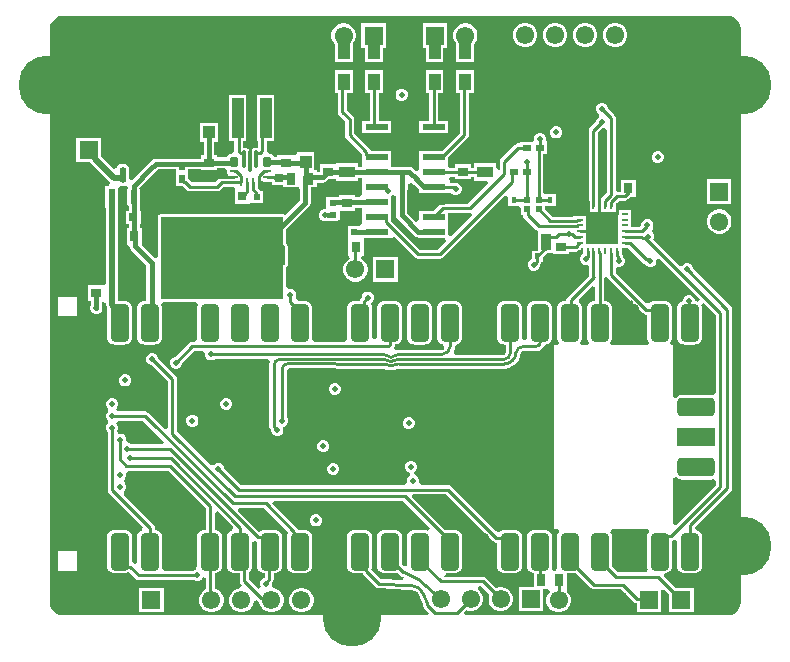
<source format=gbr>
%TF.GenerationSoftware,Altium Limited,Altium Designer,25.7.1 (20)*%
G04 Layer_Physical_Order=1*
G04 Layer_Color=255*
%FSLAX45Y45*%
%MOMM*%
%TF.SameCoordinates,C331EA04-0F80-4B25-860E-1567A5D6E8FC*%
%TF.FilePolarity,Positive*%
%TF.FileFunction,Copper,L1,Top,Signal*%
%TF.Part,Single*%
G01*
G75*
%TA.AperFunction,Conductor*%
%ADD10C,0.25400*%
%TA.AperFunction,SMDPad,CuDef*%
%ADD11R,0.90000X0.80000*%
G04:AMPARAMS|DCode=12|XSize=3.2mm|YSize=1.6mm|CornerRadius=0.4mm|HoleSize=0mm|Usage=FLASHONLY|Rotation=90.000|XOffset=0mm|YOffset=0mm|HoleType=Round|Shape=RoundedRectangle|*
%AMROUNDEDRECTD12*
21,1,3.20000,0.80000,0,0,90.0*
21,1,2.40000,1.60000,0,0,90.0*
1,1,0.80000,0.40000,1.20000*
1,1,0.80000,0.40000,-1.20000*
1,1,0.80000,-0.40000,-1.20000*
1,1,0.80000,-0.40000,1.20000*
%
%ADD12ROUNDEDRECTD12*%
G04:AMPARAMS|DCode=13|XSize=3.2mm|YSize=1.6mm|CornerRadius=0.4mm|HoleSize=0mm|Usage=FLASHONLY|Rotation=180.000|XOffset=0mm|YOffset=0mm|HoleType=Round|Shape=RoundedRectangle|*
%AMROUNDEDRECTD13*
21,1,3.20000,0.80000,0,0,180.0*
21,1,2.40000,1.60000,0,0,180.0*
1,1,0.80000,-1.20000,0.40000*
1,1,0.80000,1.20000,0.40000*
1,1,0.80000,1.20000,-0.40000*
1,1,0.80000,-1.20000,-0.40000*
%
%ADD13ROUNDEDRECTD13*%
G04:AMPARAMS|DCode=14|XSize=3.2mm|YSize=1.6mm|CornerRadius=0.096mm|HoleSize=0mm|Usage=FLASHONLY|Rotation=180.000|XOffset=0mm|YOffset=0mm|HoleType=Round|Shape=RoundedRectangle|*
%AMROUNDEDRECTD14*
21,1,3.20000,1.40800,0,0,180.0*
21,1,3.00800,1.60000,0,0,180.0*
1,1,0.19200,-1.50400,0.70400*
1,1,0.19200,1.50400,0.70400*
1,1,0.19200,1.50400,-0.70400*
1,1,0.19200,-1.50400,-0.70400*
%
%ADD14ROUNDEDRECTD14*%
%ADD15R,0.80000X1.00000*%
%ADD16R,0.67248X0.71535*%
%ADD17R,0.90000X0.75000*%
%ADD18R,0.24000X0.60000*%
%ADD19R,0.45000X0.50000*%
%ADD20R,2.10000X2.10000*%
%ADD21R,0.25000X0.25000*%
%ADD22R,0.60000X0.24000*%
%ADD23R,0.80000X0.90000*%
%ADD24R,1.35000X0.95000*%
%ADD25R,0.90000X0.80000*%
%ADD26R,0.40000X0.50000*%
%ADD27R,0.95000X1.35000*%
%ADD28R,1.98120X0.55880*%
%ADD29R,1.00620X1.10506*%
%ADD30R,0.80000X0.95000*%
%ADD31R,0.52000X0.52000*%
%TA.AperFunction,SMDPad,SMDef*%
G04:AMPARAMS|DCode=32|XSize=0.25mm|YSize=0.6mm|CornerRadius=0.05mm|HoleSize=0mm|Usage=FLASHONLY|Rotation=90.000|XOffset=0mm|YOffset=0mm|HoleType=Round|Shape=RoundedRectangle|*
%AMROUNDEDRECTD32*
21,1,0.25000,0.50000,0,0,90.0*
21,1,0.15000,0.60000,0,0,90.0*
1,1,0.10000,0.25000,0.07500*
1,1,0.10000,0.25000,-0.07500*
1,1,0.10000,-0.25000,-0.07500*
1,1,0.10000,-0.25000,0.07500*
%
%ADD32ROUNDEDRECTD32*%
G04:AMPARAMS|DCode=33|XSize=0.6mm|YSize=0.25mm|CornerRadius=0.05mm|HoleSize=0mm|Usage=FLASHONLY|Rotation=90.000|XOffset=0mm|YOffset=0mm|HoleType=Round|Shape=RoundedRectangle|*
%AMROUNDEDRECTD33*
21,1,0.60000,0.15000,0,0,90.0*
21,1,0.50000,0.25000,0,0,90.0*
1,1,0.10000,0.07500,0.25000*
1,1,0.10000,0.07500,-0.25000*
1,1,0.10000,-0.07500,-0.25000*
1,1,0.10000,-0.07500,0.25000*
%
%ADD33ROUNDEDRECTD33*%
G04:AMPARAMS|DCode=34|XSize=1.8mm|YSize=0.35mm|CornerRadius=0.09975mm|HoleSize=0mm|Usage=FLASHONLY|Rotation=90.000|XOffset=0mm|YOffset=0mm|HoleType=Round|Shape=RoundedRectangle|*
%AMROUNDEDRECTD34*
21,1,1.80000,0.15050,0,0,90.0*
21,1,1.60050,0.35000,0,0,90.0*
1,1,0.19950,0.07525,0.80025*
1,1,0.19950,0.07525,-0.80025*
1,1,0.19950,-0.07525,-0.80025*
1,1,0.19950,-0.07525,0.80025*
%
%ADD34ROUNDEDRECTD34*%
%TA.AperFunction,SMDPad,CuDef*%
%ADD35R,0.52000X0.52000*%
%ADD36R,0.70000X0.65000*%
G04:AMPARAMS|DCode=37|XSize=1.35872mm|YSize=0.58684mm|CornerRadius=0.29342mm|HoleSize=0mm|Usage=FLASHONLY|Rotation=90.000|XOffset=0mm|YOffset=0mm|HoleType=Round|Shape=RoundedRectangle|*
%AMROUNDEDRECTD37*
21,1,1.35872,0.00000,0,0,90.0*
21,1,0.77188,0.58684,0,0,90.0*
1,1,0.58684,0.00000,0.38594*
1,1,0.58684,0.00000,-0.38594*
1,1,0.58684,0.00000,-0.38594*
1,1,0.58684,0.00000,0.38594*
%
%ADD37ROUNDEDRECTD37*%
%ADD38R,0.58684X1.35872*%
%ADD39R,0.66040X0.50800*%
%ADD40R,0.60000X0.50000*%
%ADD41R,0.98000X3.40000*%
%TA.AperFunction,SMDPad,SMDef*%
G04:AMPARAMS|DCode=42|XSize=0.85mm|YSize=0.7mm|CornerRadius=0.1015mm|HoleSize=0mm|Usage=FLASHONLY|Rotation=90.000|XOffset=0mm|YOffset=0mm|HoleType=Round|Shape=RoundedRectangle|*
%AMROUNDEDRECTD42*
21,1,0.85000,0.49700,0,0,90.0*
21,1,0.64700,0.70000,0,0,90.0*
1,1,0.20300,0.24850,0.32350*
1,1,0.20300,0.24850,-0.32350*
1,1,0.20300,-0.24850,-0.32350*
1,1,0.20300,-0.24850,0.32350*
%
%ADD42ROUNDEDRECTD42*%
G04:AMPARAMS|DCode=43|XSize=1.45mm|YSize=0.35mm|CornerRadius=0.09975mm|HoleSize=0mm|Usage=FLASHONLY|Rotation=90.000|XOffset=0mm|YOffset=0mm|HoleType=Round|Shape=RoundedRectangle|*
%AMROUNDEDRECTD43*
21,1,1.45000,0.15050,0,0,90.0*
21,1,1.25050,0.35000,0,0,90.0*
1,1,0.19950,0.07525,0.62525*
1,1,0.19950,0.07525,-0.62525*
1,1,0.19950,-0.07525,-0.62525*
1,1,0.19950,-0.07525,0.62525*
%
%ADD43ROUNDEDRECTD43*%
%TA.AperFunction,SMDPad,CuDef*%
%ADD44R,0.50800X0.66040*%
%ADD45R,1.00000X1.40000*%
%TA.AperFunction,Conductor*%
%ADD46C,0.40000*%
%ADD47C,0.50000*%
%TA.AperFunction,ComponentPad*%
%ADD48R,1.55000X1.55000*%
%ADD49C,1.55000*%
%ADD50R,1.55000X1.55000*%
%TA.AperFunction,ViaPad*%
%ADD51C,0.50800*%
%ADD52C,5.00000*%
%ADD53C,0.50000*%
G36*
X982750Y1482313D02*
X973030Y1458846D01*
X702996D01*
X698776Y1463066D01*
X680105Y1470800D01*
X660800Y1489896D01*
Y1510105D01*
X653066Y1528776D01*
X638776Y1543066D01*
X620104Y1550800D01*
X599895D01*
X593763Y1555521D01*
X583323Y1570848D01*
X583115Y1571342D01*
X590800Y1589895D01*
Y1610105D01*
X583066Y1628776D01*
X578410Y1633432D01*
X576771Y1637430D01*
X586430Y1661154D01*
X803909D01*
X982750Y1482313D01*
D02*
G37*
G36*
X1333153Y921909D02*
Y737964D01*
X1326000D01*
X1308927Y735717D01*
X1293018Y729127D01*
X1279356Y718644D01*
X1268873Y704982D01*
X1262283Y689073D01*
X1260036Y672000D01*
Y432000D01*
X1260799Y426200D01*
X1252275Y406343D01*
X1241997Y397529D01*
X1231224Y393066D01*
X1227004Y388847D01*
X978143D01*
X961435Y414247D01*
X961717Y414927D01*
X963964Y432000D01*
Y672000D01*
X961717Y689073D01*
X955127Y704982D01*
X944644Y718644D01*
X930982Y729127D01*
X915073Y735717D01*
X902846Y737326D01*
Y750000D01*
X899889Y764866D01*
X891468Y777469D01*
X639285Y1029652D01*
X638776Y1056934D01*
X653066Y1071224D01*
X660800Y1089895D01*
Y1110105D01*
X653066Y1128776D01*
X648410Y1133432D01*
X641618Y1150000D01*
X648410Y1166568D01*
X653066Y1171224D01*
X660800Y1189896D01*
Y1210105D01*
X659634Y1212919D01*
X660033Y1215349D01*
X676882Y1237653D01*
X1017409D01*
X1333153Y921909D01*
D02*
G37*
G36*
X5783304Y5084789D02*
X5804083Y5076182D01*
X5822784Y5063687D01*
X5838688Y5047783D01*
X5851182Y5029083D01*
X5859789Y5008304D01*
X5864177Y4986245D01*
Y4730983D01*
X5853285Y4709652D01*
X5814831Y4702003D01*
X5813910Y4701387D01*
X5812801D01*
X5776579Y4686383D01*
X5775795Y4685599D01*
X5774707Y4685383D01*
X5742108Y4663601D01*
X5741492Y4662679D01*
X5740468Y4662255D01*
X5712745Y4634532D01*
X5712321Y4633507D01*
X5711399Y4632891D01*
X5689617Y4600292D01*
X5689400Y4599205D01*
X5688617Y4598421D01*
X5673613Y4562199D01*
Y4561090D01*
X5672997Y4560168D01*
X5665348Y4521715D01*
X5665564Y4520628D01*
X5665140Y4519603D01*
Y4480397D01*
X5665564Y4479372D01*
X5665348Y4478285D01*
X5672997Y4439832D01*
X5673613Y4438910D01*
Y4437801D01*
X5688617Y4401579D01*
X5689400Y4400795D01*
X5689617Y4399707D01*
X5711399Y4367109D01*
X5712321Y4366493D01*
X5712745Y4365469D01*
X5740468Y4337745D01*
X5741493Y4337321D01*
X5742108Y4336399D01*
X5774708Y4314617D01*
X5775795Y4314401D01*
X5776579Y4313617D01*
X5812801Y4298613D01*
X5813910D01*
X5814831Y4297997D01*
X5853285Y4290348D01*
X5864177Y4269017D01*
Y830983D01*
X5853285Y809652D01*
X5814831Y802003D01*
X5813910Y801387D01*
X5812801D01*
X5776579Y786383D01*
X5775795Y785600D01*
X5774707Y785383D01*
X5742108Y763601D01*
X5741492Y762679D01*
X5740468Y762255D01*
X5712745Y734532D01*
X5712321Y733507D01*
X5711399Y732892D01*
X5689617Y700292D01*
X5689400Y699205D01*
X5688617Y698421D01*
X5673613Y662199D01*
Y661090D01*
X5672997Y660169D01*
X5665348Y621715D01*
X5665564Y620628D01*
X5665140Y619604D01*
Y580397D01*
X5665564Y579372D01*
X5665348Y578285D01*
X5672997Y539832D01*
X5673613Y538910D01*
Y537801D01*
X5688617Y501579D01*
X5689400Y500796D01*
X5689617Y499708D01*
X5711399Y467109D01*
X5712321Y466493D01*
X5712745Y465469D01*
X5740468Y437745D01*
X5741493Y437321D01*
X5742108Y436399D01*
X5774708Y414617D01*
X5775795Y414401D01*
X5776579Y413617D01*
X5812801Y398613D01*
X5813910D01*
X5814831Y397997D01*
X5853285Y390348D01*
X5864177Y369018D01*
Y113754D01*
X5859789Y91695D01*
X5851182Y70916D01*
X5838687Y52216D01*
X5822783Y36312D01*
X5804083Y23817D01*
X5783304Y15210D01*
X5761246Y10823D01*
X3524947D01*
X3515226Y34289D01*
X3535501Y54564D01*
X3536282Y54112D01*
X3562453Y47100D01*
X3589547D01*
X3615718Y54112D01*
X3639182Y67660D01*
X3658340Y86818D01*
X3671887Y110282D01*
X3678900Y136453D01*
Y163547D01*
X3671887Y189718D01*
X3658340Y213182D01*
X3640349Y231174D01*
X3641643Y238137D01*
X3649181Y255897D01*
X3667084Y257979D01*
X3734564Y190499D01*
X3734112Y189718D01*
X3727100Y163547D01*
Y136453D01*
X3734112Y110282D01*
X3747660Y86818D01*
X3766818Y67660D01*
X3790282Y54112D01*
X3816453Y47100D01*
X3843547D01*
X3869718Y54112D01*
X3893182Y67660D01*
X3912340Y86818D01*
X3925888Y110282D01*
X3932900Y136453D01*
Y163547D01*
X3925888Y189718D01*
X3912340Y213182D01*
X3893182Y232340D01*
X3869718Y245887D01*
X3843547Y252900D01*
X3816453D01*
X3790282Y245887D01*
X3789501Y245436D01*
X3709293Y325644D01*
X3696691Y334065D01*
X3681825Y337022D01*
X3356325D01*
X3352647Y341121D01*
X3354778Y351039D01*
X3363334Y364349D01*
X3365927Y366036D01*
X3438000D01*
X3455073Y368283D01*
X3470982Y374873D01*
X3484644Y385356D01*
X3495127Y399018D01*
X3501717Y414927D01*
X3503964Y432000D01*
Y672000D01*
X3501717Y689073D01*
X3495127Y704982D01*
X3484644Y718644D01*
X3470982Y729127D01*
X3455073Y735717D01*
X3438000Y737964D01*
X3358000D01*
X3353557Y737379D01*
X3077850Y1013087D01*
X3087570Y1036553D01*
X3367180D01*
X3766431Y637303D01*
X3779034Y628882D01*
X3793900Y625925D01*
X3800036D01*
Y432000D01*
X3802283Y414927D01*
X3808873Y399018D01*
X3819356Y385356D01*
X3833018Y374873D01*
X3848927Y368283D01*
X3866000Y366036D01*
X3946000D01*
X3963073Y368283D01*
X3978982Y374873D01*
X3992644Y385356D01*
X4003127Y399018D01*
X4009717Y414927D01*
X4011964Y432000D01*
Y672000D01*
X4009717Y689073D01*
X4003127Y704982D01*
X3992644Y718644D01*
X3978982Y729127D01*
X3963073Y735717D01*
X3946000Y737964D01*
X3866000D01*
X3848927Y735717D01*
X3833018Y729127D01*
X3819357Y718644D01*
X3790650Y722958D01*
X3410739Y1102869D01*
X3398137Y1111289D01*
X3383271Y1114246D01*
X3158169D01*
X3141197Y1139647D01*
X3141300Y1139895D01*
Y1160105D01*
X3133566Y1178776D01*
X3119276Y1193066D01*
X3101331Y1200499D01*
X3100238Y1203386D01*
X3097004Y1226200D01*
X3098776Y1226934D01*
X3113066Y1241224D01*
X3120800Y1259896D01*
Y1280105D01*
X3113066Y1298776D01*
X3098776Y1313066D01*
X3080105Y1320800D01*
X3059896D01*
X3041224Y1313066D01*
X3026934Y1298776D01*
X3019200Y1280105D01*
Y1259896D01*
X3026934Y1241224D01*
X3041224Y1226934D01*
X3059170Y1219501D01*
X3060262Y1216615D01*
X3063496Y1193800D01*
X3061724Y1193066D01*
X3047434Y1178776D01*
X3039700Y1160105D01*
Y1139895D01*
X3039803Y1139647D01*
X3022831Y1114246D01*
X1630691D01*
X1490800Y1254137D01*
Y1260105D01*
X1483066Y1278776D01*
X1468776Y1293066D01*
X1450105Y1300800D01*
X1429895D01*
X1411224Y1293066D01*
X1401633Y1283476D01*
X1372889Y1282048D01*
X1088846Y1566091D01*
Y2010000D01*
X1085889Y2024866D01*
X1077469Y2037469D01*
X930800Y2184137D01*
Y2190105D01*
X923066Y2208776D01*
X908776Y2223066D01*
X890105Y2230800D01*
X869895D01*
X851224Y2223066D01*
X836934Y2208776D01*
X829200Y2190105D01*
Y2169895D01*
X836934Y2151224D01*
X851224Y2136934D01*
X869895Y2129200D01*
X875863D01*
X1011153Y1993909D01*
Y1596971D01*
X987687Y1587250D01*
X847468Y1727469D01*
X834866Y1735890D01*
X820000Y1738847D01*
X586431D01*
X576772Y1762570D01*
X578411Y1766568D01*
X583066Y1771224D01*
X590800Y1789895D01*
Y1810105D01*
X583066Y1828776D01*
X568776Y1843066D01*
X550105Y1850800D01*
X529895D01*
X511224Y1843066D01*
X496934Y1828776D01*
X489200Y1810105D01*
Y1789895D01*
X496934Y1771224D01*
X501589Y1766568D01*
X508381Y1750000D01*
X501589Y1733432D01*
X496933Y1728776D01*
X489200Y1710105D01*
Y1689896D01*
X496933Y1671224D01*
X501589Y1666568D01*
X508381Y1650000D01*
X501589Y1633432D01*
X496933Y1628776D01*
X489200Y1610105D01*
Y1589895D01*
X496933Y1571224D01*
X501153Y1567004D01*
Y1074000D01*
X504110Y1059134D01*
X512531Y1046532D01*
X798099Y760963D01*
X798718Y755437D01*
X791380Y731762D01*
X785018Y729127D01*
X771356Y718644D01*
X760873Y704982D01*
X754283Y689073D01*
X752036Y672000D01*
Y455061D01*
X730153Y445366D01*
X709964Y459851D01*
Y672000D01*
X707717Y689073D01*
X701127Y704982D01*
X690644Y718644D01*
X676982Y729127D01*
X661073Y735717D01*
X644000Y737964D01*
X564000D01*
X546927Y735717D01*
X531018Y729127D01*
X517356Y718644D01*
X506873Y704982D01*
X500283Y689073D01*
X498036Y672000D01*
Y432000D01*
X500283Y414927D01*
X506873Y399018D01*
X517356Y385356D01*
X531018Y374873D01*
X546927Y368283D01*
X564000Y366036D01*
X644000D01*
X661073Y368283D01*
X676982Y374873D01*
X681646Y378452D01*
X737566Y322531D01*
X750168Y314111D01*
X765034Y311154D01*
X1227004D01*
X1231224Y306934D01*
X1249895Y299200D01*
X1270105D01*
X1288776Y306934D01*
X1303066Y321224D01*
X1307753Y332540D01*
X1333153Y327487D01*
Y231772D01*
X1316818Y222340D01*
X1297659Y203182D01*
X1284112Y179718D01*
X1277100Y153547D01*
Y126453D01*
X1284112Y100282D01*
X1297659Y76818D01*
X1316818Y57660D01*
X1340282Y44112D01*
X1366453Y37100D01*
X1393547D01*
X1419718Y44112D01*
X1443182Y57660D01*
X1462340Y76818D01*
X1475887Y100282D01*
X1482900Y126453D01*
Y153547D01*
X1475887Y179718D01*
X1462340Y203182D01*
X1443182Y222340D01*
X1419718Y235888D01*
X1410846Y238265D01*
Y366674D01*
X1423073Y368283D01*
X1438982Y374873D01*
X1452644Y385356D01*
X1463127Y399018D01*
X1469717Y414927D01*
X1471964Y432000D01*
Y672000D01*
X1469717Y689073D01*
X1463127Y704982D01*
X1452644Y718644D01*
X1438982Y729127D01*
X1423073Y735717D01*
X1410846Y737326D01*
Y881029D01*
X1434313Y890750D01*
X1563634Y761429D01*
X1563386Y752416D01*
X1556208Y732933D01*
X1547018Y729127D01*
X1533356Y718644D01*
X1522873Y704982D01*
X1516283Y689073D01*
X1514036Y672000D01*
Y432000D01*
X1516283Y414927D01*
X1522873Y399018D01*
X1533356Y385356D01*
X1547018Y374873D01*
X1562927Y368283D01*
X1580000Y366036D01*
X1620375D01*
Y300779D01*
X1623332Y285913D01*
X1631753Y273310D01*
X1636763Y268300D01*
X1626242Y242900D01*
X1620453D01*
X1594282Y235888D01*
X1570818Y222340D01*
X1551659Y203182D01*
X1538112Y179718D01*
X1531100Y153547D01*
Y126453D01*
X1538112Y100282D01*
X1551659Y76818D01*
X1570818Y57660D01*
X1594282Y44112D01*
X1620453Y37100D01*
X1647547D01*
X1673718Y44112D01*
X1697182Y57660D01*
X1716340Y76818D01*
X1729887Y100282D01*
X1736900Y126453D01*
Y132242D01*
X1762300Y142763D01*
X1770190Y134873D01*
X1782792Y126452D01*
X1785230Y125967D01*
X1792112Y100282D01*
X1805659Y76818D01*
X1824818Y57660D01*
X1848282Y44112D01*
X1874453Y37100D01*
X1901547D01*
X1927718Y44112D01*
X1951182Y57660D01*
X1970340Y76818D01*
X1983887Y100282D01*
X1990900Y126453D01*
Y153547D01*
X1983887Y179718D01*
X1970340Y203182D01*
X1951182Y222340D01*
X1927718Y235888D01*
X1906555Y241558D01*
X1896184Y254842D01*
X1890139Y268300D01*
X1890800Y269895D01*
Y282736D01*
X1897469Y289405D01*
X1905890Y302008D01*
X1908847Y316873D01*
Y366036D01*
X1914000D01*
X1931073Y368283D01*
X1946982Y374873D01*
X1960644Y385356D01*
X1971127Y399018D01*
X1977717Y414927D01*
X1979964Y432000D01*
Y672000D01*
X1977717Y689073D01*
X1971127Y704982D01*
X1960644Y718644D01*
X1946982Y729127D01*
X1931073Y735717D01*
X1914000Y737964D01*
X1834000D01*
X1816927Y735717D01*
X1801018Y729127D01*
X1787357Y718644D01*
X1786359Y718578D01*
X1607250Y897687D01*
X1616970Y921154D01*
X1823910D01*
X2034871Y710192D01*
X2030873Y704982D01*
X2024283Y689073D01*
X2022036Y672000D01*
Y432000D01*
X2024283Y414927D01*
X2030873Y399018D01*
X2041356Y385356D01*
X2055018Y374873D01*
X2070927Y368283D01*
X2088000Y366036D01*
X2168000D01*
X2185073Y368283D01*
X2200982Y374873D01*
X2214644Y385356D01*
X2225127Y399018D01*
X2231717Y414927D01*
X2233964Y432000D01*
Y672000D01*
X2231717Y689073D01*
X2225127Y704982D01*
X2214644Y718644D01*
X2200982Y729127D01*
X2185073Y735717D01*
X2168000Y737964D01*
X2114999D01*
X2111021Y743917D01*
X1897251Y957687D01*
X1906971Y981153D01*
X2999909D01*
X3231543Y749520D01*
X3216982Y729127D01*
X3201073Y735717D01*
X3184000Y737964D01*
X3104000D01*
X3086927Y735717D01*
X3071018Y729127D01*
X3057356Y718644D01*
X3046873Y704982D01*
X3040283Y689073D01*
X3038036Y672000D01*
Y436873D01*
X3026595Y429115D01*
X3013240Y425748D01*
X2995964Y443024D01*
Y672000D01*
X2993717Y689073D01*
X2987127Y704982D01*
X2976644Y718644D01*
X2962982Y729127D01*
X2947073Y735717D01*
X2930000Y737964D01*
X2850000D01*
X2832927Y735717D01*
X2817018Y729127D01*
X2803356Y718644D01*
X2792873Y704982D01*
X2786283Y689073D01*
X2784036Y672000D01*
Y432000D01*
X2786283Y414927D01*
X2792873Y399018D01*
X2803356Y385356D01*
X2817018Y374873D01*
X2832927Y368283D01*
X2850000Y366036D01*
X2930000D01*
X2947073Y368283D01*
X2956801Y372313D01*
X2981297Y347816D01*
X2987345Y343775D01*
X2993341Y339632D01*
X3008706Y332985D01*
X3002875Y308263D01*
X2816415Y318522D01*
X2733945Y400993D01*
X2739717Y414927D01*
X2741964Y432000D01*
Y672000D01*
X2739717Y689073D01*
X2733127Y704982D01*
X2722644Y718644D01*
X2708982Y729127D01*
X2693073Y735717D01*
X2676000Y737964D01*
X2596000D01*
X2578927Y735717D01*
X2563018Y729127D01*
X2549356Y718644D01*
X2538873Y704982D01*
X2532283Y689073D01*
X2530036Y672000D01*
Y432000D01*
X2532283Y414927D01*
X2538873Y399018D01*
X2549356Y385356D01*
X2563018Y374873D01*
X2578927Y368283D01*
X2596000Y366036D01*
X2661002D01*
X2664978Y360085D01*
X2764800Y260263D01*
X2764801Y260262D01*
X2764802Y260260D01*
X2771985Y253078D01*
X2777416Y249450D01*
X2782636Y245531D01*
X2783687Y245261D01*
X2784589Y244659D01*
X2790993Y243386D01*
X2797317Y241762D01*
X3046854Y228033D01*
X3072200Y226334D01*
Y226335D01*
X3095449Y221141D01*
X3106444Y216587D01*
X3122368Y204368D01*
X3134587Y188444D01*
X3139112Y177519D01*
X3139580Y177699D01*
X3168101Y103998D01*
X3168779Y97273D01*
X3170411Y91935D01*
X3171549Y86212D01*
X3172677Y84524D01*
X3173211Y82779D01*
X3176548Y78730D01*
X3179970Y73609D01*
X3179971Y73608D01*
X3219290Y34289D01*
X3209570Y10823D01*
X2805983D01*
X2784652Y21715D01*
X2777003Y60168D01*
X2776387Y61090D01*
Y62199D01*
X2761383Y98421D01*
X2760600Y99205D01*
X2760383Y100292D01*
X2738601Y132891D01*
X2737679Y133507D01*
X2737255Y134531D01*
X2709532Y162255D01*
X2708507Y162679D01*
X2707891Y163601D01*
X2675292Y185383D01*
X2674205Y185599D01*
X2673421Y186383D01*
X2637199Y201387D01*
X2636090D01*
X2635168Y202003D01*
X2596715Y209652D01*
X2595628Y209435D01*
X2594603Y209860D01*
X2555397D01*
X2554372Y209435D01*
X2553285Y209652D01*
X2514832Y202003D01*
X2513910Y201387D01*
X2512801D01*
X2476579Y186383D01*
X2475795Y185599D01*
X2474708Y185383D01*
X2442109Y163601D01*
X2441493Y162679D01*
X2440469Y162255D01*
X2412745Y134532D01*
X2412321Y133507D01*
X2411399Y132891D01*
X2389617Y100292D01*
X2389401Y99205D01*
X2388617Y98421D01*
X2373613Y62199D01*
Y61090D01*
X2372997Y60168D01*
X2365348Y21715D01*
X2344017Y10823D01*
X113754D01*
X91696Y15210D01*
X70916Y23817D01*
X52216Y36312D01*
X36312Y52217D01*
X23817Y70916D01*
X15210Y91696D01*
X10823Y113754D01*
Y125000D01*
Y4269017D01*
X21715Y4290348D01*
X60168Y4297997D01*
X61090Y4298613D01*
X62199D01*
X98421Y4313616D01*
X99205Y4314400D01*
X100292Y4314616D01*
X132891Y4336399D01*
X133507Y4337321D01*
X134531Y4337745D01*
X162255Y4365468D01*
X162679Y4366492D01*
X163601Y4367108D01*
X185383Y4399707D01*
X185599Y4400795D01*
X186383Y4401579D01*
X201387Y4437801D01*
Y4438909D01*
X202003Y4439831D01*
X209652Y4478284D01*
X209435Y4479372D01*
X209860Y4480396D01*
Y4519603D01*
X209435Y4520627D01*
X209652Y4521715D01*
X202003Y4560168D01*
X201387Y4561090D01*
Y4562198D01*
X186383Y4598420D01*
X185599Y4599204D01*
X185383Y4600292D01*
X163601Y4632891D01*
X162679Y4633507D01*
X162255Y4634531D01*
X134532Y4662254D01*
X133507Y4662679D01*
X132891Y4663600D01*
X100292Y4685383D01*
X99205Y4685599D01*
X98421Y4686383D01*
X62199Y4701386D01*
X61090D01*
X60168Y4702002D01*
X21715Y4709651D01*
X10823Y4730982D01*
Y4986245D01*
X15210Y5008304D01*
X23817Y5029083D01*
X36312Y5047784D01*
X52217Y5063688D01*
X70916Y5076182D01*
X91696Y5084789D01*
X113754Y5089177D01*
X5761245D01*
X5783304Y5084789D01*
D02*
G37*
G36*
X1768036Y628401D02*
Y432000D01*
X1770283Y414927D01*
X1776873Y399018D01*
X1787356Y385356D01*
X1801018Y374873D01*
X1816927Y368283D01*
X1831154Y366410D01*
Y332964D01*
X1828349Y330160D01*
X1811224Y323066D01*
X1796934Y308776D01*
X1789200Y290105D01*
Y269895D01*
X1796934Y251224D01*
X1777064Y237874D01*
X1698068Y316870D01*
Y378775D01*
X1706644Y385356D01*
X1717127Y399018D01*
X1723717Y414927D01*
X1725964Y432000D01*
Y629142D01*
X1750488Y639522D01*
X1768036Y628401D01*
D02*
G37*
%LPC*%
G36*
X4812547Y5027900D02*
X4785453D01*
X4759282Y5020888D01*
X4735818Y5007341D01*
X4716660Y4988182D01*
X4703113Y4964718D01*
X4696100Y4938547D01*
Y4911453D01*
X4703113Y4885282D01*
X4716660Y4861818D01*
X4735818Y4842660D01*
X4759282Y4829113D01*
X4785453Y4822100D01*
X4812547D01*
X4838718Y4829113D01*
X4862182Y4842660D01*
X4881341Y4861818D01*
X4894888Y4885282D01*
X4901900Y4911453D01*
Y4938547D01*
X4894888Y4964718D01*
X4881341Y4988182D01*
X4862182Y5007341D01*
X4838718Y5020888D01*
X4812547Y5027900D01*
D02*
G37*
G36*
X4558547D02*
X4531453D01*
X4505282Y5020888D01*
X4481818Y5007341D01*
X4462660Y4988182D01*
X4449113Y4964718D01*
X4442100Y4938547D01*
Y4911453D01*
X4449113Y4885282D01*
X4462660Y4861818D01*
X4481818Y4842660D01*
X4505282Y4829113D01*
X4531453Y4822100D01*
X4558547D01*
X4584718Y4829113D01*
X4608182Y4842660D01*
X4627341Y4861818D01*
X4640888Y4885282D01*
X4647900Y4911453D01*
Y4938547D01*
X4640888Y4964718D01*
X4627341Y4988182D01*
X4608182Y5007341D01*
X4584718Y5020888D01*
X4558547Y5027900D01*
D02*
G37*
G36*
X4304547D02*
X4277453D01*
X4251282Y5020888D01*
X4227818Y5007341D01*
X4208660Y4988182D01*
X4195113Y4964718D01*
X4188100Y4938547D01*
Y4911453D01*
X4195113Y4885282D01*
X4208660Y4861818D01*
X4227818Y4842660D01*
X4251282Y4829113D01*
X4277453Y4822100D01*
X4304547D01*
X4330718Y4829113D01*
X4354182Y4842660D01*
X4373341Y4861818D01*
X4386888Y4885282D01*
X4393900Y4911453D01*
Y4938547D01*
X4386888Y4964718D01*
X4373341Y4988182D01*
X4354182Y5007341D01*
X4330718Y5020888D01*
X4304547Y5027900D01*
D02*
G37*
G36*
X4050547D02*
X4023453D01*
X3997282Y5020888D01*
X3973818Y5007341D01*
X3954660Y4988182D01*
X3941113Y4964718D01*
X3934100Y4938547D01*
Y4911453D01*
X3941113Y4885282D01*
X3954660Y4861818D01*
X3973818Y4842660D01*
X3997282Y4829113D01*
X4023453Y4822100D01*
X4050547D01*
X4076718Y4829113D01*
X4100182Y4842660D01*
X4119341Y4861818D01*
X4132888Y4885282D01*
X4139900Y4911453D01*
Y4938547D01*
X4132888Y4964718D01*
X4119341Y4988182D01*
X4100182Y5007341D01*
X4076718Y5020888D01*
X4050547Y5027900D01*
D02*
G37*
G36*
X3543547Y5022900D02*
X3516453D01*
X3490282Y5015888D01*
X3466818Y5002341D01*
X3447660Y4983182D01*
X3434113Y4959718D01*
X3427100Y4933547D01*
Y4906453D01*
X3434113Y4880282D01*
X3447660Y4856818D01*
X3454600Y4849878D01*
Y4694600D01*
X3605400D01*
Y4849878D01*
X3612341Y4856818D01*
X3625888Y4880282D01*
X3632900Y4906453D01*
Y4933547D01*
X3625888Y4959718D01*
X3612341Y4983182D01*
X3593182Y5002341D01*
X3569718Y5015888D01*
X3543547Y5022900D01*
D02*
G37*
G36*
X3378900D02*
X3173100D01*
Y4817100D01*
X3194600D01*
Y4694600D01*
X3345400D01*
Y4817100D01*
X3378900D01*
Y5022900D01*
D02*
G37*
G36*
X2856900D02*
X2651100D01*
Y4817100D01*
X2684600D01*
Y4694600D01*
X2835400D01*
Y4817100D01*
X2856900D01*
Y5022900D01*
D02*
G37*
G36*
X2513547D02*
X2486453D01*
X2460282Y5015888D01*
X2436818Y5002341D01*
X2417660Y4983182D01*
X2404113Y4959718D01*
X2397100Y4933547D01*
Y4906453D01*
X2404113Y4880282D01*
X2417660Y4856818D01*
X2424600Y4849878D01*
Y4694600D01*
X2575400D01*
Y4849878D01*
X2582341Y4856818D01*
X2595888Y4880282D01*
X2602900Y4906453D01*
Y4933547D01*
X2595888Y4959718D01*
X2582341Y4983182D01*
X2563182Y5002341D01*
X2539718Y5015888D01*
X2513547Y5022900D01*
D02*
G37*
G36*
X3000105Y4470800D02*
X2979895D01*
X2961224Y4463066D01*
X2946934Y4448776D01*
X2939200Y4430105D01*
Y4409895D01*
X2946934Y4391224D01*
X2961224Y4376934D01*
X2979895Y4369200D01*
X3000105D01*
X3018776Y4376934D01*
X3033066Y4391224D01*
X3040800Y4409895D01*
Y4430105D01*
X3033066Y4448776D01*
X3018776Y4463066D01*
X3000105Y4470800D01*
D02*
G37*
G36*
X3345400Y4625400D02*
X3194600D01*
Y4434600D01*
X3222454D01*
Y4197840D01*
X3136840D01*
Y4091160D01*
X3385760D01*
Y4197840D01*
X3300147D01*
Y4434600D01*
X3345400D01*
Y4625400D01*
D02*
G37*
G36*
X2835400D02*
X2684600D01*
Y4434600D01*
X2721154D01*
Y4197840D01*
X2654240D01*
Y4091160D01*
X2903160D01*
Y4197840D01*
X2798847D01*
Y4434600D01*
X2835400D01*
Y4625400D01*
D02*
G37*
G36*
X4310105Y4150800D02*
X4289895D01*
X4271224Y4143066D01*
X4256934Y4128776D01*
X4249200Y4110105D01*
Y4089895D01*
X4256934Y4071224D01*
X4271224Y4056934D01*
X4289895Y4049200D01*
X4310105D01*
X4328776Y4056934D01*
X4343066Y4071224D01*
X4350800Y4089895D01*
Y4110105D01*
X4343066Y4128776D01*
X4328776Y4143066D01*
X4310105Y4150800D01*
D02*
G37*
G36*
X5170105Y3940800D02*
X5149895D01*
X5131224Y3933066D01*
X5116934Y3918776D01*
X5109200Y3900105D01*
Y3879895D01*
X5116934Y3861224D01*
X5131224Y3846934D01*
X5149895Y3839200D01*
X5170105D01*
X5188776Y3846934D01*
X5203066Y3861224D01*
X5210800Y3879895D01*
Y3900105D01*
X5203066Y3918776D01*
X5188776Y3933066D01*
X5170105Y3940800D01*
D02*
G37*
G36*
X3605400Y4625400D02*
X3454600D01*
Y4434600D01*
X3483853D01*
Y4096871D01*
X3330823Y3943840D01*
X3136840D01*
Y3842240D01*
X3136840Y3837160D01*
Y3816840D01*
X3136840Y3811760D01*
Y3781810D01*
X3113374Y3772090D01*
X3089232Y3796232D01*
X3074214Y3806266D01*
X3056500Y3809790D01*
X3056499Y3809790D01*
X2910211D01*
X2903160Y3816840D01*
Y3837160D01*
X2903160Y3842240D01*
Y3943840D01*
X2729417D01*
X2728229Y3949808D01*
X2719809Y3962411D01*
X2588846Y4093373D01*
Y4210000D01*
X2585889Y4224866D01*
X2577469Y4237469D01*
X2528847Y4286091D01*
Y4434600D01*
X2575400D01*
Y4625400D01*
X2424600D01*
Y4434600D01*
X2451154D01*
Y4270000D01*
X2454111Y4255134D01*
X2462532Y4242532D01*
X2511153Y4193910D01*
Y4077283D01*
X2514111Y4062417D01*
X2522531Y4049814D01*
X2653494Y3918852D01*
Y3905740D01*
X2654240Y3901987D01*
Y3842240D01*
X2654240Y3837160D01*
Y3816840D01*
X2648689Y3811289D01*
X2622900D01*
Y3837900D01*
X2437100D01*
Y3832900D01*
X2299600D01*
Y3766289D01*
X2270400D01*
Y3785400D01*
X2253210D01*
Y3930653D01*
X2101790D01*
Y3917580D01*
X2080399Y3907900D01*
X1939600D01*
Y3893789D01*
X1908291D01*
X1900480Y3905480D01*
X1888721Y3913337D01*
X1874850Y3916096D01*
X1868411D01*
X1848846Y3939496D01*
Y4024600D01*
X1912900D01*
Y4415400D01*
X1764100D01*
Y4024600D01*
X1771153D01*
Y3974071D01*
X1767525Y3971093D01*
X1752475D01*
X1738672Y3968347D01*
X1726971Y3960529D01*
X1724112Y3956249D01*
X1721168Y3955310D01*
X1698832D01*
X1695888Y3956249D01*
X1693029Y3960529D01*
X1681328Y3968347D01*
X1667525Y3971093D01*
X1652475D01*
X1648846Y3974071D01*
Y4024600D01*
X1675900D01*
Y4415400D01*
X1527100D01*
Y4024600D01*
X1571153D01*
Y3939496D01*
X1551589Y3916096D01*
X1545150D01*
X1531279Y3913337D01*
X1519520Y3905480D01*
X1511663Y3893721D01*
X1511179Y3891289D01*
X1430399D01*
Y3907900D01*
X1406289D01*
Y4019290D01*
X1435710D01*
Y4180596D01*
X1284290D01*
Y4019290D01*
X1313710D01*
Y3907900D01*
X1289600D01*
Y3878960D01*
X910001D01*
X910000Y3878960D01*
X892285Y3875436D01*
X877268Y3865402D01*
X877267Y3865401D01*
X830933Y3819067D01*
X830932Y3819066D01*
X710662Y3698796D01*
X699738Y3701118D01*
X685814Y3709870D01*
Y3781264D01*
X681566Y3802624D01*
X669467Y3820731D01*
X651359Y3832830D01*
X630000Y3837079D01*
X608641Y3832830D01*
X590533Y3820731D01*
X578434Y3802624D01*
X578025Y3800568D01*
X550464Y3792208D01*
X443887Y3898785D01*
Y3901500D01*
X442900Y3906464D01*
Y4056900D01*
X237100D01*
Y3851100D01*
X349525D01*
X356164Y3841164D01*
X518611Y3678717D01*
X522579Y3676065D01*
X514874Y3650665D01*
X483758D01*
Y3463994D01*
X488613D01*
Y2828863D01*
X477900Y2807900D01*
X463212Y2807900D01*
X337100D01*
Y2677100D01*
X361211D01*
Y2635994D01*
X356700Y2625105D01*
Y2604895D01*
X364434Y2586224D01*
X378724Y2571934D01*
X397395Y2564200D01*
X417605D01*
X436276Y2571934D01*
X450566Y2586224D01*
X458300Y2604895D01*
Y2625105D01*
X453790Y2635994D01*
Y2659139D01*
X456942Y2662292D01*
X487969Y2657397D01*
X488613Y2656137D01*
Y2642118D01*
X492524Y2622453D01*
X498498Y2613512D01*
X498036Y2610000D01*
Y2370000D01*
X500283Y2352927D01*
X506873Y2337018D01*
X517356Y2323356D01*
X531018Y2312873D01*
X546927Y2306283D01*
X564000Y2304036D01*
X644000D01*
X661073Y2306283D01*
X676982Y2312873D01*
X690644Y2323356D01*
X701127Y2337018D01*
X707717Y2352927D01*
X709964Y2370000D01*
Y2610000D01*
X707717Y2627073D01*
X701127Y2642982D01*
X690644Y2656644D01*
X676982Y2667127D01*
X661073Y2673717D01*
X644000Y2675964D01*
X591387D01*
Y3463994D01*
X593242D01*
Y3632252D01*
X596622Y3636699D01*
X618642Y3650522D01*
X630000Y3648262D01*
X651359Y3652511D01*
X660352Y3649366D01*
X675210Y3637900D01*
Y3625179D01*
X669934Y3617283D01*
X665685Y3595923D01*
Y3518736D01*
X669934Y3497376D01*
X681211Y3480500D01*
Y3437900D01*
X659600D01*
Y3322100D01*
X681211D01*
Y3290400D01*
X662100D01*
Y3149600D01*
X664518D01*
X685279Y3138431D01*
X688803Y3120717D01*
X698837Y3105700D01*
X830279Y2974258D01*
Y2675964D01*
X818000D01*
X800927Y2673717D01*
X785018Y2667127D01*
X771356Y2656644D01*
X760873Y2642982D01*
X754283Y2627073D01*
X752036Y2610000D01*
Y2370000D01*
X754283Y2352927D01*
X760873Y2337018D01*
X771356Y2323356D01*
X785018Y2312873D01*
X800927Y2306283D01*
X818000Y2304036D01*
X898000D01*
X915073Y2306283D01*
X930982Y2312873D01*
X944644Y2323356D01*
X955127Y2337018D01*
X961717Y2352927D01*
X963964Y2370000D01*
Y2610000D01*
X961717Y2627073D01*
X956900Y2638702D01*
X962775Y2653198D01*
X970937Y2664102D01*
X1253063D01*
X1261226Y2653198D01*
X1267100Y2638702D01*
X1262283Y2627073D01*
X1260036Y2610000D01*
Y2370000D01*
X1262110Y2354246D01*
X1262070Y2352634D01*
X1244765Y2328846D01*
X1220000D01*
X1205134Y2325889D01*
X1192532Y2317469D01*
X1075863Y2200800D01*
X1069895D01*
X1051224Y2193066D01*
X1036934Y2178776D01*
X1029200Y2160105D01*
Y2139895D01*
X1036934Y2121224D01*
X1051224Y2106934D01*
X1069895Y2099200D01*
X1090105D01*
X1108776Y2106934D01*
X1123066Y2121224D01*
X1130800Y2139895D01*
Y2145863D01*
X1236091Y2251153D01*
X1310426D01*
X1329200Y2230104D01*
Y2209895D01*
X1336934Y2191224D01*
X1351224Y2176934D01*
X1369895Y2169200D01*
X1390105D01*
X1408776Y2176934D01*
X1412996Y2181153D01*
X1858337D01*
X1875309Y2155753D01*
X1874575Y2153983D01*
X1874167Y2152999D01*
X1871139Y2130000D01*
X1871153D01*
Y1610000D01*
X1874111Y1595134D01*
X1882531Y1582531D01*
X1889200Y1575863D01*
Y1569895D01*
X1896934Y1551224D01*
X1911224Y1536934D01*
X1929895Y1529200D01*
X1950105D01*
X1968776Y1536934D01*
X1983066Y1551224D01*
X1990800Y1569895D01*
Y1590105D01*
X1990105Y1609200D01*
X2008776Y1616934D01*
X2023066Y1631224D01*
X2030800Y1649895D01*
Y1670105D01*
X2023066Y1688776D01*
X2018846Y1692996D01*
Y2084619D01*
X2019141Y2085189D01*
X2039340Y2105388D01*
X2039925Y2105696D01*
X2829848Y2101177D01*
X2833861Y2099515D01*
Y2099515D01*
X2834237Y2099792D01*
X2866204Y2090095D01*
X2900000Y2086766D01*
X2933796Y2090095D01*
X2943363Y2092997D01*
X2966120Y2099507D01*
D01*
X2990875Y2101154D01*
X3860000D01*
Y2100708D01*
X3896051Y2105455D01*
X3929646Y2119370D01*
X3958494Y2141506D01*
X3980630Y2170354D01*
X3994545Y2203949D01*
X3996269Y2217043D01*
X3998846Y2230000D01*
X3999005D01*
X4000451Y2237269D01*
X4004569Y2243431D01*
X4010731Y2247549D01*
X4018000Y2248995D01*
Y2249153D01*
X4130000D01*
X4131593Y2249470D01*
X4149344Y2251807D01*
X4167369Y2259274D01*
X4182848Y2271151D01*
X4194726Y2286630D01*
X4202047Y2304305D01*
X4217073Y2306283D01*
X4232982Y2312873D01*
X4246644Y2323356D01*
X4257127Y2337018D01*
X4263717Y2352927D01*
X4265964Y2370000D01*
Y2610000D01*
X4263717Y2627073D01*
X4257127Y2642982D01*
X4246644Y2656644D01*
X4232982Y2667127D01*
X4217073Y2673717D01*
X4200000Y2675964D01*
X4120000D01*
X4102927Y2673717D01*
X4087018Y2667127D01*
X4073356Y2656644D01*
X4062873Y2642982D01*
X4056283Y2627073D01*
X4054036Y2610000D01*
Y2370000D01*
X4055360Y2359938D01*
X4038112Y2337467D01*
X4027807Y2336920D01*
X4027004Y2337630D01*
X4010505Y2358914D01*
X4011964Y2370000D01*
Y2610000D01*
X4009717Y2627073D01*
X4003127Y2642982D01*
X3992644Y2656644D01*
X3978982Y2667127D01*
X3963073Y2673717D01*
X3946000Y2675964D01*
X3866000D01*
X3848927Y2673717D01*
X3833018Y2667127D01*
X3819356Y2656644D01*
X3808873Y2642982D01*
X3802283Y2627073D01*
X3800036Y2610000D01*
Y2370000D01*
X3802283Y2352927D01*
X3808873Y2337018D01*
X3819356Y2323356D01*
X3833018Y2312873D01*
X3848927Y2306283D01*
X3866000Y2304036D01*
X3873153D01*
Y2238148D01*
X3865030Y2226970D01*
X3853852Y2218846D01*
X3442486D01*
X3430727Y2244247D01*
X3439214Y2264736D01*
X3443067Y2294000D01*
X3462163Y2309220D01*
X3470982Y2312873D01*
X3484644Y2323356D01*
X3495127Y2337018D01*
X3501717Y2352927D01*
X3503964Y2370000D01*
Y2610000D01*
X3501717Y2627073D01*
X3495127Y2642982D01*
X3484644Y2656644D01*
X3470982Y2667127D01*
X3455073Y2673717D01*
X3438000Y2675964D01*
X3358000D01*
X3340927Y2673717D01*
X3325018Y2667127D01*
X3311356Y2656644D01*
X3300873Y2642982D01*
X3294283Y2627073D01*
X3292036Y2610000D01*
Y2370000D01*
X3294283Y2352927D01*
X3300873Y2337018D01*
X3311356Y2323356D01*
X3325018Y2312873D01*
X3340927Y2306283D01*
X3352141Y2283323D01*
X3347803Y2264246D01*
X3343512Y2261379D01*
X3330389Y2258769D01*
X3330000Y2258846D01*
X2960103D01*
X2959928Y2258989D01*
X2959926Y2259286D01*
X2936632Y2254653D01*
X2935018Y2255734D01*
X2923047Y2276989D01*
X2923468Y2277410D01*
X2931889Y2290013D01*
X2934804Y2304668D01*
X2947073Y2306283D01*
X2962982Y2312873D01*
X2976644Y2323356D01*
X2987127Y2337018D01*
X2993717Y2352927D01*
X2995964Y2370000D01*
Y2610000D01*
X2993717Y2627073D01*
X2987127Y2642982D01*
X2976644Y2656644D01*
X2962982Y2667127D01*
X2947073Y2673717D01*
X2930000Y2675964D01*
X2850000D01*
X2832927Y2673717D01*
X2817018Y2667127D01*
X2803356Y2656644D01*
X2792873Y2642982D01*
X2786283Y2627073D01*
X2784036Y2610000D01*
Y2370000D01*
X2784751Y2364570D01*
X2766160Y2341868D01*
X2759840D01*
X2741249Y2364570D01*
X2741964Y2370000D01*
Y2610000D01*
X2739717Y2627073D01*
X2736760Y2634212D01*
X2731276Y2659434D01*
X2745566Y2673724D01*
X2753300Y2692395D01*
Y2712605D01*
X2745566Y2731276D01*
X2731276Y2745566D01*
X2712605Y2753300D01*
X2692395D01*
X2673724Y2745566D01*
X2659434Y2731276D01*
X2651700Y2712605D01*
Y2706637D01*
X2645357Y2700294D01*
X2636936Y2687691D01*
X2634603Y2675964D01*
X2596000D01*
X2578927Y2673717D01*
X2563018Y2667127D01*
X2549356Y2656644D01*
X2538873Y2642982D01*
X2532283Y2627073D01*
X2530036Y2610000D01*
Y2370000D01*
X2532110Y2354246D01*
X2532070Y2352634D01*
X2514765Y2328846D01*
X2249235D01*
X2231930Y2352634D01*
X2231890Y2354246D01*
X2233964Y2370000D01*
Y2610000D01*
X2231717Y2627073D01*
X2225127Y2642982D01*
X2214644Y2656644D01*
X2200982Y2667127D01*
X2185073Y2673717D01*
X2168000Y2675964D01*
X2112146D01*
X2110116Y2677587D01*
X2097267Y2701365D01*
X2100800Y2709895D01*
Y2730105D01*
X2093066Y2748776D01*
X2078776Y2763066D01*
X2060105Y2770800D01*
X2039896D01*
X2015898Y2788353D01*
Y2960074D01*
X2018312Y2961687D01*
X2023926Y2970089D01*
X2025898Y2980000D01*
Y3140000D01*
X2023926Y3149911D01*
X2018312Y3158312D01*
X2015898Y3160727D01*
Y3280434D01*
X2207730Y3472267D01*
X2207731Y3472268D01*
X2217765Y3487285D01*
X2221289Y3504999D01*
X2221289Y3505001D01*
Y3634600D01*
X2270400D01*
Y3673710D01*
X2321567D01*
X2321568Y3673710D01*
X2339283Y3677234D01*
X2354300Y3687268D01*
X2369132Y3702100D01*
X2437100D01*
Y3692100D01*
X2622900D01*
Y3712409D01*
X2648300Y3716100D01*
X2654240Y3710160D01*
Y3689840D01*
X2654240Y3684760D01*
Y3588240D01*
X2654240Y3583160D01*
X2654240D01*
Y3581190D01*
X2631760Y3555790D01*
X2600400D01*
Y3567900D01*
X2459600D01*
Y3555790D01*
X2424502D01*
X2424500Y3555790D01*
X2406786Y3552266D01*
X2403993Y3550400D01*
X2354600D01*
Y3474267D01*
X2350104Y3450800D01*
X2329895D01*
X2311224Y3443066D01*
X2296934Y3428776D01*
X2289200Y3410105D01*
Y3389895D01*
X2296934Y3371224D01*
X2311224Y3356934D01*
X2329895Y3349200D01*
X2350105D01*
X2353249Y3350503D01*
X2354600Y3349600D01*
Y3349600D01*
X2465400D01*
Y3437100D01*
X2600400D01*
Y3463211D01*
X2647189D01*
X2654240Y3456160D01*
Y3435840D01*
X2654240Y3430760D01*
Y3331482D01*
X2650235Y3325219D01*
X2636196Y3311400D01*
X2538600D01*
Y3227886D01*
X2538600Y3208601D01*
X2538599Y3208600D01*
X2539600Y3202900D01*
X2539600D01*
Y3057100D01*
X2546223D01*
X2553029Y3031700D01*
X2536818Y3022340D01*
X2517659Y3003182D01*
X2504112Y2979718D01*
X2497100Y2953547D01*
Y2926453D01*
X2504112Y2900282D01*
X2517659Y2876818D01*
X2536818Y2857660D01*
X2560282Y2844112D01*
X2586453Y2837100D01*
X2613547D01*
X2639718Y2844112D01*
X2663182Y2857660D01*
X2682340Y2876818D01*
X2695887Y2900282D01*
X2702900Y2926453D01*
Y2953547D01*
X2695887Y2979718D01*
X2682340Y3003182D01*
X2663182Y3022340D01*
X2646971Y3031700D01*
X2653777Y3057100D01*
X2670400D01*
Y3184194D01*
X2670400Y3202160D01*
X2679334Y3202160D01*
X2903160D01*
Y3206216D01*
X2926627Y3215936D01*
X3100031Y3042531D01*
X3112634Y3034111D01*
X3127500Y3031153D01*
X3315000D01*
X3329866Y3034111D01*
X3342469Y3042531D01*
X3866700Y3566763D01*
X3892100Y3556242D01*
Y3477100D01*
X3987900D01*
X3998600Y3456132D01*
Y3398600D01*
X4019462D01*
X4021651Y3387593D01*
X4030072Y3374991D01*
X4127814Y3277249D01*
X4142100Y3265400D01*
Y3107037D01*
X4135463Y3100400D01*
X4094600D01*
Y3028607D01*
X4081224Y3023066D01*
X4066934Y3008776D01*
X4059200Y2990105D01*
Y2969895D01*
X4066934Y2951224D01*
X4081224Y2936934D01*
X4099895Y2929200D01*
X4120105D01*
X4138776Y2936934D01*
X4153066Y2951224D01*
X4160800Y2969895D01*
Y2975862D01*
X4163428Y2978490D01*
X4171849Y2991093D01*
X4173541Y2999600D01*
X4185400D01*
Y3040463D01*
X4224537Y3079600D01*
X4269600D01*
Y3067100D01*
X4410400D01*
Y3091154D01*
X4463239D01*
X4478105Y3094111D01*
X4490707Y3102532D01*
X4499365Y3111189D01*
X4524230Y3105296D01*
X4527009Y3100117D01*
X4526571Y3097917D01*
Y3074655D01*
X4521224Y3072440D01*
X4506934Y3058149D01*
X4499200Y3039478D01*
Y3019269D01*
X4506934Y3000598D01*
X4521224Y2986307D01*
X4539895Y2978573D01*
X4560104D01*
X4575871Y2968038D01*
Y2886006D01*
X4397531Y2707666D01*
X4389111Y2695063D01*
X4386154Y2680198D01*
Y2675964D01*
X4374000D01*
X4356927Y2673717D01*
X4341018Y2667127D01*
X4327356Y2656644D01*
X4316873Y2642982D01*
X4310283Y2627073D01*
X4308036Y2610000D01*
Y2370000D01*
X4310283Y2352927D01*
X4316873Y2337018D01*
X4325788Y2325400D01*
X4324084Y2316583D01*
X4316071Y2300000D01*
X4280000D01*
Y740000D01*
X4313464D01*
X4320203Y729640D01*
X4324253Y714600D01*
X4316873Y704982D01*
X4310283Y689073D01*
X4308036Y672000D01*
Y432000D01*
X4310283Y414927D01*
X4310376Y414702D01*
X4297976Y391630D01*
X4287979Y389315D01*
X4274204Y389709D01*
X4262007Y410800D01*
X4263717Y414927D01*
X4265964Y432000D01*
Y672000D01*
X4263717Y689073D01*
X4257127Y704982D01*
X4246644Y718644D01*
X4232982Y729127D01*
X4217073Y735717D01*
X4200000Y737964D01*
X4120000D01*
X4102927Y735717D01*
X4087018Y729127D01*
X4073356Y718644D01*
X4062873Y704982D01*
X4056283Y689073D01*
X4054036Y672000D01*
Y432000D01*
X4056283Y414927D01*
X4062873Y399018D01*
X4073356Y385356D01*
X4087018Y374873D01*
X4102927Y368283D01*
X4109600Y367405D01*
Y252900D01*
X3981100D01*
Y47100D01*
X4186900D01*
Y234600D01*
X4233156D01*
X4245995Y211517D01*
X4237660Y203182D01*
X4224112Y179718D01*
X4217100Y153547D01*
Y126453D01*
X4224112Y100282D01*
X4237660Y76818D01*
X4256818Y57660D01*
X4280282Y44112D01*
X4306453Y37100D01*
X4333547D01*
X4359718Y44112D01*
X4383182Y57660D01*
X4402340Y76818D01*
X4415888Y100282D01*
X4422900Y126453D01*
Y153547D01*
X4415888Y179718D01*
X4402340Y203182D01*
X4394588Y210935D01*
X4390400Y234600D01*
X4390400D01*
Y366036D01*
X4454000D01*
X4469046Y368016D01*
X4594531Y242531D01*
X4607134Y234111D01*
X4621999Y231153D01*
X4847392D01*
X4955810Y122735D01*
X4968413Y114314D01*
X4981100Y111791D01*
Y37100D01*
X5186899D01*
Y222242D01*
X5212299Y232763D01*
X5257100Y187963D01*
Y37100D01*
X5462900D01*
Y242900D01*
X5312037D01*
X5212169Y342768D01*
X5223796Y367062D01*
X5233073Y368283D01*
X5248982Y374873D01*
X5262644Y385356D01*
X5273127Y399018D01*
X5279717Y414927D01*
X5281964Y432000D01*
Y636776D01*
X5291781Y645158D01*
X5301678Y650521D01*
X5324036Y638917D01*
Y432000D01*
X5326283Y414927D01*
X5332873Y399018D01*
X5343356Y385356D01*
X5357018Y374873D01*
X5372927Y368283D01*
X5390000Y366036D01*
X5470000D01*
X5487073Y368283D01*
X5502982Y374873D01*
X5516644Y385356D01*
X5527127Y399018D01*
X5533717Y414927D01*
X5535964Y432000D01*
Y672000D01*
X5533717Y689073D01*
X5527127Y704982D01*
X5516644Y718644D01*
X5502982Y729127D01*
X5487073Y735717D01*
X5480007Y736647D01*
X5477184Y762247D01*
X5777469Y1062531D01*
X5785889Y1075134D01*
X5788846Y1090000D01*
Y2599802D01*
X5785889Y2614668D01*
X5777469Y2627271D01*
X5459451Y2945288D01*
Y2951256D01*
X5451717Y2969927D01*
X5437427Y2984217D01*
X5418756Y2991951D01*
X5398546D01*
X5379875Y2984217D01*
X5365585Y2969927D01*
X5348424Y2966513D01*
X5122200Y3192737D01*
X5128252Y3207347D01*
Y3227556D01*
X5120518Y3246227D01*
X5115887Y3250858D01*
X5106867Y3262121D01*
X5115641Y3284112D01*
X5123153Y3302248D01*
Y3322457D01*
X5115419Y3341129D01*
X5101129Y3355419D01*
X5082457Y3363153D01*
X5062248D01*
X5043577Y3355419D01*
X5029287Y3341129D01*
X5021553Y3322457D01*
Y3314487D01*
X5008830Y3301764D01*
X4935818D01*
Y3450317D01*
X4828218D01*
X4825018Y3450317D01*
X4802818Y3458043D01*
Y3470645D01*
X4804264Y3477917D01*
Y3491827D01*
X4834008Y3521571D01*
X4878917D01*
X4893783Y3524528D01*
X4906386Y3532949D01*
X4930537Y3557100D01*
X4975400D01*
Y3697900D01*
X4844600D01*
Y3599264D01*
X4817918D01*
X4804682Y3610127D01*
Y4224165D01*
X4801724Y4239031D01*
X4793304Y4251634D01*
X4740800Y4304137D01*
Y4310105D01*
X4733066Y4328776D01*
X4718776Y4343066D01*
X4700105Y4350800D01*
X4679895D01*
X4661224Y4343066D01*
X4646934Y4328776D01*
X4639200Y4310105D01*
Y4289895D01*
X4646934Y4271224D01*
X4659696Y4258462D01*
X4660302Y4247205D01*
X4658724Y4230566D01*
X4644434Y4216276D01*
X4636700Y4197605D01*
Y4191637D01*
X4587949Y4142887D01*
X4579529Y4130284D01*
X4576571Y4115418D01*
Y3477917D01*
X4578018Y3470647D01*
Y3422517D01*
X4652817D01*
Y3422517D01*
X4678018D01*
Y3422517D01*
X4799618D01*
X4802818Y3422517D01*
X4825018Y3414792D01*
Y3275517D01*
Y3153317D01*
X4555818D01*
Y3250117D01*
X4555818Y3250317D01*
X4555818D01*
Y3275518D01*
X4555818D01*
Y3400317D01*
X4507690D01*
X4500418Y3401764D01*
X4483818D01*
X4476546Y3400317D01*
X4445018D01*
Y3387524D01*
X4267413D01*
X4203237Y3451700D01*
X4205836Y3477100D01*
X4297900D01*
Y3577900D01*
X4202100D01*
X4201400Y3581400D01*
X4199771D01*
X4188847Y3597810D01*
Y3919200D01*
X4222080D01*
Y4020800D01*
X4222080D01*
X4213429Y4033747D01*
X4214460Y4036236D01*
Y4056445D01*
X4206726Y4075116D01*
X4192436Y4089406D01*
X4173765Y4097140D01*
X4153555D01*
X4134884Y4089406D01*
X4120594Y4075116D01*
X4112860Y4056445D01*
Y4036236D01*
X4102546Y4020800D01*
X3993480D01*
Y4008846D01*
X3977497D01*
X3962631Y4005889D01*
X3950029Y3997469D01*
X3832531Y3879971D01*
X3824110Y3867368D01*
X3821153Y3852503D01*
Y3785194D01*
X3818300Y3783287D01*
X3792900Y3796864D01*
Y3837900D01*
X3607100D01*
Y3802347D01*
X3580400D01*
Y3832900D01*
X3439600D01*
Y3802347D01*
X3400254D01*
X3385760Y3816840D01*
Y3837160D01*
X3385760Y3842240D01*
Y3888903D01*
X3550168Y4053311D01*
X3558589Y4065914D01*
X3561546Y4080780D01*
Y4434600D01*
X3605400D01*
Y4625400D01*
D02*
G37*
G36*
X5782900Y3702900D02*
X5577100D01*
Y3497100D01*
X5782900D01*
Y3702900D01*
D02*
G37*
G36*
X5693547Y3448900D02*
X5666453D01*
X5640282Y3441887D01*
X5616818Y3428340D01*
X5597660Y3409182D01*
X5584113Y3385718D01*
X5577100Y3359547D01*
Y3332453D01*
X5584113Y3306282D01*
X5597660Y3282818D01*
X5616818Y3263659D01*
X5640282Y3250112D01*
X5666453Y3243100D01*
X5693547D01*
X5719718Y3250112D01*
X5743182Y3263659D01*
X5762341Y3282818D01*
X5775888Y3306282D01*
X5782900Y3332453D01*
Y3359547D01*
X5775888Y3385718D01*
X5762341Y3409182D01*
X5743182Y3428340D01*
X5719718Y3441887D01*
X5693547Y3448900D01*
D02*
G37*
G36*
X2956900Y3042900D02*
X2751100D01*
Y2837100D01*
X2956900D01*
Y3042900D01*
D02*
G37*
G36*
X242500Y2710000D02*
X82500D01*
Y2545000D01*
X242500D01*
Y2710000D01*
D02*
G37*
G36*
X3184000Y2675964D02*
X3104000D01*
X3086927Y2673717D01*
X3071018Y2667127D01*
X3057356Y2656644D01*
X3046873Y2642982D01*
X3040283Y2627073D01*
X3038036Y2610000D01*
Y2370000D01*
X3040283Y2352927D01*
X3046873Y2337018D01*
X3057356Y2323356D01*
X3071018Y2312873D01*
X3086927Y2306283D01*
X3104000Y2304036D01*
X3184000D01*
X3201073Y2306283D01*
X3216982Y2312873D01*
X3230644Y2323356D01*
X3241127Y2337018D01*
X3247717Y2352927D01*
X3249964Y2370000D01*
Y2610000D01*
X3247717Y2627073D01*
X3241127Y2642982D01*
X3230644Y2656644D01*
X3216982Y2667127D01*
X3201073Y2673717D01*
X3184000Y2675964D01*
D02*
G37*
G36*
X660105Y2050800D02*
X639895D01*
X621224Y2043066D01*
X606934Y2028776D01*
X599200Y2010105D01*
Y1989895D01*
X606934Y1971224D01*
X621224Y1956934D01*
X639895Y1949200D01*
X660105D01*
X678776Y1956934D01*
X693066Y1971224D01*
X700800Y1989895D01*
Y2010105D01*
X693066Y2028776D01*
X678776Y2043066D01*
X660105Y2050800D01*
D02*
G37*
G36*
X2435105Y1978300D02*
X2414895D01*
X2396224Y1970566D01*
X2381934Y1956276D01*
X2374200Y1937605D01*
Y1917395D01*
X2381934Y1898724D01*
X2396224Y1884434D01*
X2414895Y1876700D01*
X2435105D01*
X2453776Y1884434D01*
X2468066Y1898724D01*
X2475800Y1917395D01*
Y1937605D01*
X2468066Y1956276D01*
X2453776Y1970566D01*
X2435105Y1978300D01*
D02*
G37*
G36*
X1516625Y1850800D02*
X1496416D01*
X1477744Y1843066D01*
X1463454Y1828776D01*
X1455720Y1810105D01*
Y1789895D01*
X1463454Y1771224D01*
X1477744Y1756934D01*
X1496416Y1749200D01*
X1516625D01*
X1535296Y1756934D01*
X1549586Y1771224D01*
X1557320Y1789895D01*
Y1810105D01*
X1549586Y1828776D01*
X1535296Y1843066D01*
X1516625Y1850800D01*
D02*
G37*
G36*
X1230105Y1710800D02*
X1209895D01*
X1191224Y1703066D01*
X1176934Y1688776D01*
X1169200Y1670105D01*
Y1649895D01*
X1176934Y1631224D01*
X1191224Y1616934D01*
X1209895Y1609200D01*
X1230105D01*
X1248776Y1616934D01*
X1263066Y1631224D01*
X1270800Y1649895D01*
Y1670105D01*
X1263066Y1688776D01*
X1248776Y1703066D01*
X1230105Y1710800D01*
D02*
G37*
G36*
X3062105Y1688800D02*
X3041896D01*
X3023224Y1681066D01*
X3008934Y1666776D01*
X3001200Y1648104D01*
Y1627895D01*
X3008934Y1609224D01*
X3023224Y1594934D01*
X3041896Y1587200D01*
X3062105D01*
X3080776Y1594934D01*
X3095066Y1609224D01*
X3102800Y1627895D01*
Y1648104D01*
X3095066Y1666776D01*
X3080776Y1681066D01*
X3062105Y1688800D01*
D02*
G37*
G36*
X2337605Y1493300D02*
X2317395D01*
X2298724Y1485566D01*
X2284434Y1471276D01*
X2276700Y1452605D01*
Y1432395D01*
X2284434Y1413724D01*
X2298724Y1399434D01*
X2317395Y1391700D01*
X2337605D01*
X2356276Y1399434D01*
X2370566Y1413724D01*
X2378300Y1432395D01*
Y1452605D01*
X2370566Y1471276D01*
X2356276Y1485566D01*
X2337605Y1493300D01*
D02*
G37*
G36*
X2422605Y1300800D02*
X2402395D01*
X2383724Y1293066D01*
X2369434Y1278776D01*
X2361700Y1260105D01*
Y1239895D01*
X2369434Y1221224D01*
X2383724Y1206934D01*
X2402395Y1199200D01*
X2422605D01*
X2441276Y1206934D01*
X2455566Y1221224D01*
X2463300Y1239895D01*
Y1260105D01*
X2455566Y1278776D01*
X2441276Y1293066D01*
X2422605Y1300800D01*
D02*
G37*
G36*
X2275105Y865801D02*
X2254896D01*
X2236225Y858067D01*
X2221935Y843777D01*
X2214201Y825105D01*
Y804896D01*
X2221935Y786225D01*
X2236225Y771934D01*
X2254896Y764201D01*
X2275105D01*
X2293777Y771934D01*
X2308067Y786225D01*
X2315801Y804896D01*
Y825105D01*
X2308067Y843777D01*
X2293777Y858067D01*
X2275105Y865801D01*
D02*
G37*
G36*
X242500Y555000D02*
X82500D01*
Y390000D01*
X242500D01*
Y555000D01*
D02*
G37*
G36*
X2155547Y242900D02*
X2128453D01*
X2102282Y235888D01*
X2078818Y222340D01*
X2059659Y203182D01*
X2046112Y179718D01*
X2039100Y153547D01*
Y126453D01*
X2046112Y100282D01*
X2059659Y76818D01*
X2078818Y57660D01*
X2102282Y44112D01*
X2128453Y37100D01*
X2155547D01*
X2181718Y44112D01*
X2205182Y57660D01*
X2224340Y76818D01*
X2237887Y100282D01*
X2244900Y126453D01*
Y153547D01*
X2237887Y179718D01*
X2224340Y203182D01*
X2205182Y222340D01*
X2181718Y235888D01*
X2155547Y242900D01*
D02*
G37*
G36*
X974900D02*
X769100D01*
Y37100D01*
X974900D01*
Y242900D01*
D02*
G37*
%LPD*%
G36*
X1514004Y3780000D02*
Y3765000D01*
X1516364Y3753139D01*
X1522305Y3744246D01*
X1520950Y3737611D01*
X1513637Y3718846D01*
X1467903D01*
X1453037Y3715889D01*
X1440435Y3707469D01*
X1411813Y3678847D01*
X1390000D01*
X1389999Y3678847D01*
X1213669D01*
X1181247Y3711268D01*
X1180800Y3711567D01*
Y3786381D01*
X1289600D01*
Y3782100D01*
X1430399D01*
Y3798710D01*
X1492717D01*
X1514004Y3780000D01*
D02*
G37*
G36*
X3607100Y3692100D02*
X3715596D01*
X3725316Y3668633D01*
X3554390Y3497707D01*
X3337660D01*
X3322794Y3494750D01*
X3310191Y3486329D01*
X3259703Y3435840D01*
X3136840D01*
Y3354544D01*
X3111440Y3344024D01*
X3036290Y3419174D01*
Y3609600D01*
X3047780D01*
Y3660400D01*
X3071454Y3676076D01*
X3075856Y3673827D01*
X3076934Y3671224D01*
X3091224Y3656934D01*
X3102113Y3652423D01*
X3136840Y3617697D01*
Y3583160D01*
X3385760D01*
X3385760Y3583160D01*
X3411160Y3586998D01*
X3421224Y3576934D01*
X3439895Y3569200D01*
X3460105D01*
X3478776Y3576934D01*
X3493066Y3591224D01*
X3500800Y3609895D01*
Y3630105D01*
X3493066Y3648776D01*
X3478776Y3663066D01*
X3460105Y3670800D01*
X3450745D01*
X3448366Y3672390D01*
X3433500Y3675347D01*
X3405157D01*
X3399107Y3679868D01*
X3395225Y3711647D01*
X3405157Y3724654D01*
X3439600D01*
Y3702100D01*
X3580400D01*
Y3724654D01*
X3607100D01*
Y3692100D01*
D02*
G37*
G36*
X4726989Y4121959D02*
Y3589426D01*
X4687949Y3550386D01*
X4679528Y3537784D01*
X4654265Y3540970D01*
Y4099327D01*
X4691637Y4136700D01*
X4697605D01*
X4701588Y4138350D01*
X4726989Y4121959D01*
D02*
G37*
G36*
X1079200Y3645700D02*
X1136942D01*
X1170110Y3612532D01*
X1182713Y3604111D01*
X1197579Y3601154D01*
X1390000D01*
X1390001Y3601154D01*
X1427904D01*
X1442770Y3604111D01*
X1455372Y3612532D01*
X1483994Y3641153D01*
X1573081D01*
X1580976Y3619023D01*
X1580976D01*
Y3496689D01*
X1693991D01*
X1699023Y3496688D01*
Y3496688D01*
X1718600Y3498599D01*
Y3498600D01*
X1821400D01*
Y3601400D01*
X1794544D01*
X1793349Y3607406D01*
X1784928Y3620009D01*
X1773846Y3631091D01*
Y3679999D01*
X1778058Y3684816D01*
X1803083Y3693083D01*
X1813138Y3686364D01*
X1825000Y3684004D01*
X1848235D01*
X1850000Y3683653D01*
X1890976D01*
Y3656689D01*
X1989600D01*
Y3634600D01*
X2120400D01*
X2128710Y3612642D01*
Y3524173D01*
X2005037Y3400501D01*
X1999911Y3403926D01*
X1990000Y3405898D01*
X950000D01*
X940089Y3403926D01*
X931687Y3398312D01*
X926074Y3389911D01*
X924102Y3380000D01*
Y3047282D01*
X898702Y3036761D01*
X805605Y3129859D01*
X792901Y3149600D01*
X792900D01*
X792900Y3149601D01*
Y3290400D01*
X773790D01*
Y3322100D01*
X780400D01*
Y3437900D01*
X773790D01*
Y3501016D01*
X777314Y3518736D01*
Y3595923D01*
X773066Y3617283D01*
X767862Y3625070D01*
X896395Y3753603D01*
X896396Y3753604D01*
X929173Y3786381D01*
X1079200D01*
Y3645700D01*
D02*
G37*
G36*
X3587580Y3397517D02*
X3411160Y3221097D01*
X3385760Y3231618D01*
Y3303760D01*
X3385760Y3308840D01*
X3385761D01*
Y3329161D01*
X3385760D01*
Y3420014D01*
X3570480D01*
X3575068Y3420926D01*
X3587580Y3397517D01*
D02*
G37*
G36*
X2943711Y3564441D02*
Y3400001D01*
X2943710Y3400000D01*
X2947234Y3382286D01*
X2957268Y3367268D01*
X3099241Y3225296D01*
X3099242Y3225295D01*
X3114259Y3215261D01*
X3131973Y3211737D01*
X3136840Y3202160D01*
X3356302D01*
X3366823Y3176760D01*
X3298909Y3108846D01*
X3143591D01*
X2903160Y3349277D01*
Y3430760D01*
X2903160Y3435840D01*
Y3456160D01*
X2903160Y3461240D01*
Y3558091D01*
X2920187Y3573211D01*
X2943711Y3564441D01*
D02*
G37*
G36*
X1990000Y3150000D02*
X2000000Y3140000D01*
Y2980000D01*
X1990000D01*
Y2690000D01*
X950000D01*
Y3380000D01*
X1990000D01*
Y3150000D01*
D02*
G37*
G36*
X4880418Y3124071D02*
X4906429D01*
X5032551Y2997949D01*
X5045154Y2989528D01*
X5053928Y2987783D01*
X5054532Y2986323D01*
X5068823Y2972032D01*
X5087494Y2964299D01*
X5107703D01*
X5126375Y2972032D01*
X5140665Y2986323D01*
X5148399Y3004994D01*
Y3020743D01*
X5160767Y3029417D01*
X5171865Y3033197D01*
X5517543Y2687520D01*
X5502982Y2667127D01*
X5487073Y2673717D01*
X5473367Y2675521D01*
Y2682672D01*
X5465633Y2701343D01*
X5451343Y2715633D01*
X5432672Y2723367D01*
X5412463D01*
X5393791Y2715633D01*
X5379501Y2701343D01*
X5371767Y2682672D01*
Y2673236D01*
X5357018Y2667127D01*
X5343356Y2656644D01*
X5332873Y2642982D01*
X5326283Y2627073D01*
X5324036Y2610000D01*
Y2370000D01*
X5326283Y2352927D01*
X5332873Y2337018D01*
X5343356Y2323356D01*
X5357018Y2312873D01*
X5372927Y2306283D01*
X5390000Y2304036D01*
X5470000D01*
X5487073Y2306283D01*
X5502982Y2312873D01*
X5516644Y2323356D01*
X5527127Y2337018D01*
X5533717Y2352927D01*
X5535964Y2370000D01*
Y2610000D01*
X5533717Y2627073D01*
X5527127Y2642982D01*
X5547520Y2657543D01*
X5651154Y2553909D01*
Y1894142D01*
X5625753Y1878020D01*
X5624073Y1878717D01*
X5607000Y1880964D01*
X5367000D01*
X5349927Y1878717D01*
X5334018Y1872127D01*
X5320356Y1861644D01*
X5315400Y1855185D01*
X5290000Y1863807D01*
Y2300000D01*
X5273930D01*
X5265917Y2316583D01*
X5264212Y2325400D01*
X5273127Y2337018D01*
X5279717Y2352927D01*
X5281964Y2370000D01*
Y2610000D01*
X5279717Y2627073D01*
X5273127Y2642982D01*
X5262644Y2656644D01*
X5248982Y2667127D01*
X5233073Y2673717D01*
X5216000Y2675964D01*
X5136000D01*
X5118927Y2673717D01*
X5103018Y2667127D01*
X5089357Y2656644D01*
X5058393Y2657216D01*
X5015440Y2700169D01*
X5013418Y2701520D01*
X4804753Y2910185D01*
Y2949082D01*
X4819896Y2959200D01*
X4840105D01*
X4858776Y2966934D01*
X4873066Y2981224D01*
X4880800Y2999895D01*
Y3020105D01*
X4873066Y3038776D01*
X4868103Y3043740D01*
X4865889Y3054866D01*
X4857469Y3067469D01*
X4854264Y3070673D01*
Y3097917D01*
X4853826Y3100117D01*
X4862345Y3115991D01*
X4878218Y3124509D01*
X4880418Y3124071D01*
D02*
G37*
G36*
X4738438Y2866625D02*
X4959832Y2645231D01*
X4961855Y2643880D01*
X5035982Y2569752D01*
X5048585Y2561332D01*
X5063450Y2558375D01*
X5070036D01*
Y2370000D01*
X5072283Y2352927D01*
X5078873Y2337018D01*
X5087788Y2325400D01*
X5086084Y2316583D01*
X5078071Y2300000D01*
X4765930D01*
X4757917Y2316583D01*
X4756212Y2325400D01*
X4765127Y2337018D01*
X4771717Y2352927D01*
X4773964Y2370000D01*
Y2610000D01*
X4771717Y2627073D01*
X4765127Y2642982D01*
X4754644Y2656644D01*
X4740982Y2667127D01*
X4725073Y2673717D01*
X4708000Y2675964D01*
X4706847D01*
Y2871666D01*
X4719055Y2875651D01*
X4732247Y2875891D01*
X4738438Y2866625D01*
D02*
G37*
G36*
X4629154Y2793493D02*
Y2675964D01*
X4628000D01*
X4610927Y2673717D01*
X4595018Y2667127D01*
X4581356Y2656644D01*
X4570873Y2642982D01*
X4564283Y2627073D01*
X4562036Y2610000D01*
Y2370000D01*
X4564283Y2352927D01*
X4570873Y2337018D01*
X4579788Y2325400D01*
X4578084Y2316583D01*
X4570071Y2300000D01*
X4511930D01*
X4503917Y2316583D01*
X4502212Y2325400D01*
X4511127Y2337018D01*
X4517717Y2352927D01*
X4519964Y2370000D01*
Y2610000D01*
X4517717Y2627073D01*
X4511127Y2642982D01*
X4500644Y2656644D01*
X4495925Y2660264D01*
X4490278Y2690538D01*
X4603754Y2804014D01*
X4629154Y2793493D01*
D02*
G37*
G36*
X5320356Y1180356D02*
X5334018Y1169873D01*
X5349927Y1163283D01*
X5367000Y1161036D01*
X5607000D01*
X5624073Y1163283D01*
X5625753Y1163980D01*
X5651154Y1147858D01*
Y1116091D01*
X5313467Y778404D01*
X5290000Y788124D01*
Y1178193D01*
X5315400Y1186815D01*
X5320356Y1180356D01*
D02*
G37*
G36*
X5082203Y729640D02*
X5086253Y714600D01*
X5078873Y704982D01*
X5072283Y689073D01*
X5070036Y672000D01*
Y432000D01*
X5072283Y414927D01*
X5076659Y404365D01*
X5069502Y387717D01*
X5062245Y378964D01*
X4821972D01*
X4773379Y427557D01*
X4773964Y432000D01*
Y672000D01*
X4771717Y689073D01*
X4765127Y704982D01*
X4757747Y714600D01*
X4761797Y729640D01*
X4768536Y740000D01*
X5075464D01*
X5082203Y729640D01*
D02*
G37*
D10*
X3175809Y191719D02*
G03*
X3074350Y265425I-107809J-41719D01*
G01*
X3207430Y101167D02*
G03*
X3207439Y101078I25272J2546D01*
G01*
X2856921Y2213347D02*
G03*
X2839897Y2220000I-17138J-18747D01*
G01*
X2856921Y2213347D02*
G03*
X2943100Y2213367I43079J46653D01*
G01*
X2960102Y2220000D02*
G03*
X2943100Y2213367I114J-25400D01*
G01*
X3330000Y2220000D02*
G03*
X3404000Y2294000I0J74000D01*
G01*
X2030000Y2144600D02*
G03*
X1980000Y2094600I0J-50000D01*
G01*
X3860000Y2140000D02*
G03*
X3960000Y2240000I0J100000D01*
G01*
X4018000Y2288000D02*
G03*
X3960000Y2230000I0J-58000D01*
G01*
X2844365Y2137765D02*
G03*
X2834093Y2140000I-10418J-23165D01*
G01*
X2844365Y2137765D02*
G03*
X2955653Y2137774I55634J122235D01*
G01*
X2965938Y2140000D02*
G03*
X2955653Y2137774I114J-25400D01*
G01*
X4130000Y2288000D02*
G03*
X4166000Y2324000I0J36000D01*
G01*
X2847492Y2176190D02*
G03*
X2834225Y2180000I-13381J-21590D01*
G01*
X2847492Y2176190D02*
G03*
X2952528Y2176203I52507J83810D01*
G01*
X1960000Y2180000D02*
G03*
X1910000Y2130000I0J-50000D01*
G01*
X2965774Y2180000D02*
G03*
X2952528Y2176203I114J-25400D01*
G01*
X3859126Y2180000D02*
G03*
X3912000Y2232873I0J52873D01*
G01*
X5113583Y3548917D02*
X5115000D01*
X5067300Y3595200D02*
X5113583Y3548917D01*
X5035000Y3622500D02*
X5062300Y3595200D01*
X5035000Y3622500D02*
Y3627500D01*
X5062300Y3595200D02*
X5067300D01*
X4878917Y3560417D02*
X4913700Y3595200D01*
X4815418Y3462917D02*
X4862918D01*
X4610417Y3275217D02*
Y3287917D01*
X4930000Y2492000D02*
Y2670000D01*
X4928000Y505222D02*
Y594778D01*
X3658000Y472000D02*
Y618874D01*
X1930000Y3620000D02*
Y3622144D01*
Y3620000D02*
X1950924Y3599076D01*
X1360000Y3725000D02*
X1550399D01*
X2388000Y340000D02*
Y758000D01*
X1064860Y2436860D02*
X1118000Y2490000D01*
Y552000D02*
Y748000D01*
X2010000Y3965000D02*
Y4040000D01*
X4550000Y3030000D02*
X4565418Y3045418D01*
Y3097917D01*
X4550000Y3029373D02*
Y3030000D01*
X4538616Y3543852D02*
X4565418Y3517049D01*
X4538616Y3543852D02*
Y3544628D01*
X1986275Y3583851D02*
X1991135Y3578991D01*
X1968293Y3583851D02*
X1986275D01*
X1770400Y3469600D02*
X1829600D01*
X1560000Y3469200D02*
X1560800Y3470000D01*
X1953067Y3599076D02*
X1968293Y3583851D01*
X1770000Y3470000D02*
X1770400Y3469600D01*
X1829600D02*
X1830000Y3469200D01*
X1560800Y3470000D02*
X1632143D01*
X1785000Y3662900D02*
X1827900Y3620000D01*
X1785000Y3662900D02*
Y3680000D01*
X1632143Y3470000D02*
X1640000Y3462143D01*
X1950924Y3599076D02*
X1953067D01*
X4665418Y3580418D02*
X4689952Y3604952D01*
X4815418Y3462917D02*
Y3477917D01*
X4665418Y3312917D02*
Y3580418D01*
X4865417Y3462917D02*
X4939583D01*
X4992500Y3410000D01*
X4815418Y3412917D02*
Y3462917D01*
X4992500Y3410000D02*
X4997500D01*
X4690418Y3287917D02*
X4815418Y3412917D01*
X4565418D02*
X4665418Y3312917D01*
X4598118Y3262917D02*
X4610417Y3275217D01*
X4500418Y3262917D02*
X4598118D01*
X4565418Y3412918D02*
Y3517049D01*
X3700000Y3915000D02*
Y3990000D01*
X3477700Y3919800D02*
Y3952300D01*
X3940000Y3400000D02*
Y3452500D01*
X3505000Y3892500D02*
X3510000D01*
X4565418Y3412917D02*
X4565418Y3412918D01*
X4405740Y3412917D02*
X4500418D01*
X4565418D01*
X4256540Y3445959D02*
X4294041D01*
X4327822Y3412178D01*
X4405000D02*
X4405740Y3412917D01*
X4327822Y3412178D02*
X4405000D01*
X4250000Y3452500D02*
X4256540Y3445959D01*
X3962500Y3172500D02*
X4065000D01*
X3960000Y3170000D02*
X3962500Y3172500D01*
X4334279Y3001779D02*
X4340000Y3007500D01*
X4271779Y3001779D02*
X4334279D01*
X4230000Y2960000D02*
X4271779Y3001779D01*
X4862778Y660000D02*
X4928000Y594778D01*
X4993222Y440000D02*
X5040000D01*
X4928000Y505222D02*
X4993222Y440000D01*
X4820000Y660000D02*
X4862778D01*
X4000000Y3050000D02*
X4060000D01*
X3658000Y2490000D02*
X3660000Y2488000D01*
Y2492000D02*
Y2690000D01*
X3658000Y2490000D02*
X3660000Y2492000D01*
Y2300000D02*
Y2488000D01*
X3550000Y720000D02*
X3556873D01*
X3658000Y472000D02*
X3760000Y369999D01*
X3556873Y720000D02*
X3658000Y618874D01*
X3110000Y4010000D02*
X3117500Y4017500D01*
X2707580D02*
X2778700D01*
X3117500D02*
X3261300D01*
X2653500Y4071580D02*
Y4073002D01*
Y4071580D02*
X2707580Y4017500D01*
X2520540Y4010067D02*
X2530000Y4000607D01*
Y3915000D02*
Y4000607D01*
X2520540Y4010067D02*
Y4016941D01*
X2180000Y3980057D02*
Y4070000D01*
X2370000Y3892500D02*
Y3980000D01*
X3477700Y3919800D02*
X3505000Y3892500D01*
X3110500Y3509500D02*
X3261300D01*
X2735000Y3130000D02*
X2820000D01*
X2502700Y3350200D02*
X2530000Y3377500D01*
X2460200Y3350200D02*
X2502700D01*
X2460000Y3210000D02*
X2510000Y3260000D01*
X2430000Y3320000D02*
X2460200Y3350200D01*
X1849800Y3772300D02*
X1850000Y3772500D01*
X1828126Y3772300D02*
X1849800D01*
X1785200Y3729374D02*
X1828126Y3772300D01*
X1710000Y3855000D02*
Y3980000D01*
X1785200Y3680200D02*
Y3729374D01*
X1785000Y3680000D02*
X1785200Y3680200D01*
X1360000Y4240057D02*
Y4359999D01*
X1552900Y3722500D02*
X1570000D01*
X1550399Y3725000D02*
X1552900Y3722500D01*
X2425140Y2695140D02*
X2430000Y2700000D01*
X2425140Y2527140D02*
Y2695140D01*
X2388000Y2490000D02*
X2425140Y2527140D01*
X1060000Y2300000D02*
X1064860Y2304860D01*
Y2436860D01*
X2050000Y2662775D02*
X2134000Y2578775D01*
X2050000Y2662775D02*
Y2720000D01*
X2134000Y2490000D02*
Y2578775D01*
X1380000Y2220000D02*
X2839897D01*
X4222300Y3132300D02*
Y3186181D01*
X4110000Y2980000D02*
X4135959Y3005959D01*
Y3045959D01*
X4140000Y3050000D01*
X4215000Y3125000D01*
Y3172500D01*
X4830000Y3010000D02*
Y3040000D01*
X4815418Y3054582D02*
X4830000Y3040000D01*
X4815418Y3054582D02*
Y3097917D01*
X4987971Y2672700D02*
X5063450Y2597221D01*
X4765906Y2894094D02*
Y3080617D01*
Y2894094D02*
X4987300Y2672700D01*
X5063450Y2597221D02*
X5110778D01*
X4987300Y2672700D02*
X4987971D01*
X5176000Y2490000D02*
Y2531999D01*
X5110778Y2597221D02*
X5176000Y2531999D01*
X4340000Y3130000D02*
X4463239D01*
X4483118Y3149879D01*
X2550000Y4077283D02*
X2692340Y3934943D01*
Y3905740D02*
Y3934943D01*
X2550000Y4077283D02*
Y4210000D01*
X3433500Y3636500D02*
X3450000Y3620000D01*
X3261300Y3636500D02*
X3433500D01*
X4163660Y3970000D02*
Y4046340D01*
X4053660Y3765000D02*
Y3846340D01*
X4162700Y3970000D02*
X4163660D01*
X4150000Y3530000D02*
Y3957300D01*
X4162700Y3970000D01*
X3940000Y3527500D02*
X3942500Y3530000D01*
X4050000D01*
X3570480Y3458860D02*
X3860000Y3748380D01*
Y3852503D01*
X3977497Y3970000D01*
X3921580Y3676580D02*
Y3752300D01*
X3315000Y3070000D02*
X3921580Y3676580D01*
Y3752300D02*
X3934280Y3765000D01*
X3941900D01*
X4048461Y3531539D02*
X4050000Y3530000D01*
X4048461Y3531539D02*
Y3759801D01*
X3977497Y3970000D02*
X4051900D01*
X4048461Y3759801D02*
X4053660Y3765000D01*
X4247500Y3530000D02*
X4250000Y3527500D01*
X4150000Y3530000D02*
X4247500D01*
X4050000Y3450000D02*
X4057541Y3442459D01*
Y3402459D02*
Y3442459D01*
X4155283Y3304717D02*
X4475618D01*
X4057541Y3402459D02*
X4155283Y3304717D01*
X4150000Y3450000D02*
X4251322Y3348678D01*
X4469578D01*
X3337660Y3458860D02*
X3570480D01*
X5072353Y3310349D02*
Y3312353D01*
X5024921Y3262918D02*
X5072353Y3310349D01*
X4880418Y3262918D02*
X5024921D01*
X5055140Y3204860D02*
X5060000Y3200000D01*
X5077452Y3217452D01*
X5060000Y3200000D02*
X5690000Y2570000D01*
X5750000Y1090000D02*
Y2599802D01*
X5408651Y2941151D02*
X5750000Y2599802D01*
X5690000Y1100000D02*
Y2570000D01*
X5037490Y3204860D02*
X5055140D01*
X5029412Y3209929D02*
X5032421D01*
X5037490Y3204860D01*
X4880418Y3212918D02*
X5026423D01*
X5436000Y776000D02*
X5750000Y1090000D01*
X5026423Y3212918D02*
X5029412Y3209929D01*
X5060020Y3025417D02*
X5070020D01*
X5075479Y3019958D01*
X5092739D02*
X5097599Y3015099D01*
X5075479Y3019958D02*
X5092739D01*
X4922519Y3162918D02*
X5060020Y3025417D01*
X4880418Y3162918D02*
X4922519D01*
X4665418Y3081317D02*
Y3097917D01*
Y3081317D02*
X4668000Y3078735D01*
Y2490000D02*
Y3078735D01*
X4469578Y3348678D02*
X4483818Y3362917D01*
X4500418D01*
X4715418Y3477917D02*
Y3522918D01*
X4765835Y3573335D01*
X4690000Y4300000D02*
X4765835Y4224165D01*
Y3573335D02*
Y4224165D01*
X4615418Y3477917D02*
Y4115418D01*
X4687500Y4187500D01*
X4296808Y3213681D02*
X4324344Y3241217D01*
X4410418D01*
X4249800Y3213681D02*
X4296808D01*
X4222300Y3186181D02*
X4249800Y3213681D01*
X4215000Y3172500D02*
X4215000Y3172500D01*
X4483118Y3149879D02*
Y3162217D01*
X4483818Y3162917D01*
X4500418D01*
X5422567Y2497433D02*
Y2672567D01*
Y2497433D02*
X5430000Y2490000D01*
X4614718Y2857415D02*
Y3097217D01*
X4425000Y2680198D02*
X4616800Y2871998D01*
X5436000Y552000D02*
Y776000D01*
X5182000Y552000D02*
Y616603D01*
X5271825Y681825D02*
X5690000Y1100000D01*
X5247222Y681825D02*
X5271825D01*
X5182000Y616603D02*
X5247222Y681825D01*
X4410418Y3241217D02*
X4415277Y3236358D01*
X4431580D01*
X4455020Y3212917D02*
X4500418D01*
X4431580Y3236358D02*
X4455020Y3212917D01*
X2636000Y2490000D02*
X2672825Y2526825D01*
Y2672825D01*
X2702500Y2702500D01*
X3127500Y3070000D02*
X3315000D01*
X3500000Y3763500D02*
X3688500D01*
X3261300Y3382500D02*
X3337660Y3458860D01*
X3261300Y3763500D02*
X3500000D01*
X2855000Y3342500D02*
X3127500Y3070000D01*
X2839760Y3382500D02*
X2855000Y3367260D01*
X1220000Y2290000D02*
X2881121D01*
X2855000Y3342500D02*
Y3367260D01*
X2778700Y3382500D02*
X2839760D01*
X4475618Y3304717D02*
X4483118Y3312217D01*
X4425000Y2495338D02*
Y2680198D01*
X2778700Y3636500D02*
X2849820D01*
X4817918Y3560417D02*
X4878917D01*
X4765418Y3507917D02*
X4817918Y3560417D01*
X4765418Y3477917D02*
Y3507917D01*
X4614718Y3097217D02*
X4615418Y3097917D01*
X540000Y1074000D02*
X864000Y750000D01*
X540000Y1074000D02*
Y1600000D01*
X864000Y552000D02*
Y750000D01*
X1880000Y552000D02*
Y610109D01*
X1870000Y542000D02*
X1880000Y552000D01*
X1814778Y675330D02*
X1880000Y610109D01*
X1774670Y675330D02*
X1814778D01*
X1870000Y316873D02*
Y542000D01*
X1840000Y286873D02*
X1870000Y316873D01*
X1840000Y280000D02*
Y286873D01*
X670000Y1420000D02*
X1030000D01*
X1774670Y675330D01*
X1033500Y1276500D02*
X1372000Y938000D01*
Y552000D02*
Y938000D01*
X660197Y1280000D02*
X663697Y1276500D01*
X1033500D01*
X1372000Y148000D02*
Y552000D01*
Y148000D02*
X1380000Y140000D01*
X606500Y1496500D02*
X610000Y1500000D01*
X660000Y1280000D02*
X660197D01*
X606500Y1333500D02*
Y1496500D01*
Y1333500D02*
X660000Y1280000D01*
X1642611Y535389D02*
X1659221Y518778D01*
Y300779D02*
Y518778D01*
X1040000Y1340000D02*
X1626000Y754000D01*
Y552000D02*
Y754000D01*
X1865658Y162342D02*
X1888000Y140000D01*
X1659221Y300779D02*
X1797659Y162342D01*
X1865658D01*
X690000Y1340000D02*
X1040000D01*
X2083553Y602447D02*
X2134000Y552000D01*
X2083553Y602447D02*
Y716448D01*
X1560000Y960000D02*
X1840001D01*
X2083553Y716448D01*
X540000Y1700000D02*
X820000D01*
X1560000Y960000D01*
X1440000Y1250000D02*
X1614600Y1075400D01*
X3383271D01*
X3793900Y664771D01*
X3846778D01*
X3912000Y552000D02*
Y599549D01*
X3846778Y664771D02*
X3912000Y599549D01*
X4420000Y472000D02*
X4621999Y270000D01*
X4420000Y472000D02*
Y552000D01*
X4621999Y270000D02*
X4863483D01*
X2896000Y488052D02*
X3005338Y378712D01*
X3008766Y375285D01*
X3129456Y323072D02*
X3132542Y320298D01*
X3322000Y150000D01*
X3008766Y375285D02*
X3129456Y323072D01*
X2896000Y488052D02*
Y552000D01*
X3175809Y191719D02*
X3206226Y113119D01*
X2799451Y280550D02*
X3074350Y265425D01*
X3206226Y113119D02*
X3207430Y101167D01*
X2692447Y387553D02*
X2792268Y287731D01*
X2799451Y280550D01*
X3207439Y101077D02*
X3274117Y34400D01*
X3460400D01*
X1080000Y2150000D02*
X1220000Y2290000D01*
X2881121D02*
X2896000Y2304879D01*
X2490000Y4270000D02*
X2550000Y4210000D01*
X2692340Y3905740D02*
X2707580Y3890500D01*
X2490000Y4270000D02*
Y4520000D01*
X2600000Y2940000D02*
Y3125000D01*
X2605000Y3130000D01*
X2960102Y2220000D02*
X3330000D01*
X3404000Y2294000D02*
Y2490000D01*
X1580000Y1020000D02*
X3016000D01*
X1050000Y1550000D02*
X1580000Y1020000D01*
X3016000D02*
X3389999Y646000D01*
X1050000Y1550000D02*
Y2010000D01*
X880000Y2180000D02*
X1050000Y2010000D01*
X3404000Y552000D02*
Y646000D01*
X3389999D02*
X3404000D01*
X4674000Y472000D02*
Y552000D01*
Y472000D02*
X4805881Y340118D01*
X5159882D01*
X5360000Y140000D01*
X2896000Y2304879D02*
Y2490000D01*
X2030000Y2144600D02*
X2834093Y2140000D01*
X2965938Y2140000D02*
X3860000D01*
X4018000Y2288000D02*
X4130000D01*
X4166000Y2324000D02*
Y2490000D01*
X1980000Y1660000D02*
Y2094600D01*
X765034Y350000D02*
X1260000D01*
X693482Y421552D02*
X765034Y350000D01*
X610000Y486774D02*
X675222Y421552D01*
X693482D01*
X610000Y486774D02*
Y552000D01*
X2642000D02*
X2692447Y501552D01*
Y387553D02*
Y501552D01*
X3460400Y34400D02*
X3576000Y150000D01*
X3150000Y472000D02*
X3323824Y298175D01*
X3681825D01*
X3150000Y472000D02*
Y552000D01*
X3681825Y298175D02*
X3830000Y150000D01*
X1960000Y2180000D02*
X2834225D01*
X2965775D02*
X3859126D01*
X2965774D02*
X2965775D01*
X1910000Y1610000D02*
X1940000Y1580000D01*
X1910000Y1610000D02*
Y2130000D01*
X3912000Y2232873D02*
Y2490000D01*
X4166000Y319000D02*
Y552000D01*
Y319000D02*
X4175000Y310000D01*
X4863483Y270000D02*
X4983279Y150204D01*
X5073796D01*
X5083999Y140000D01*
X1591500Y4370000D02*
X1610000Y4351500D01*
X1810000D02*
X1828500Y4370000D01*
X1570000Y3772500D02*
X1570200Y3772300D01*
X1591873D01*
X1634800Y3729374D01*
Y3680200D02*
Y3729374D01*
Y3680200D02*
X1635000Y3680000D01*
X1764800Y3924617D02*
X1795121D01*
X1760000Y3872500D02*
Y3919817D01*
X1810000Y3939496D02*
Y4351500D01*
X1795121Y3924617D02*
X1810000Y3939496D01*
X1760000Y3919817D02*
X1764800Y3924617D01*
X1130000Y3696500D02*
Y3704120D01*
Y3696500D02*
X1142700Y3683800D01*
X1153779D01*
X1467903Y3680000D02*
X1635000D01*
X1390000Y3640000D02*
X1390000Y3640000D01*
X1153779Y3683800D02*
X1197579Y3640000D01*
X1390000D01*
X1427904Y3640000D02*
X1467903Y3680000D01*
X1390000Y3640000D02*
X1427904D01*
X1640000Y3557856D02*
Y3560000D01*
X1660924Y3580923D01*
X1663067D01*
X1685000Y3602856D02*
Y3680000D01*
X1663067Y3580923D02*
X1685000Y3602856D01*
X1655200Y3924617D02*
X1660000Y3919817D01*
X1610000Y3939496D02*
Y4351500D01*
X1624879Y3924617D02*
X1655200D01*
X1610000Y3939496D02*
X1624879Y3924617D01*
X1660000Y3872500D02*
Y3919817D01*
X1850000Y3722500D02*
X1907500D01*
X1910000Y3720000D01*
X1735000Y3615000D02*
X1757459Y3592540D01*
Y3562540D02*
X1770000Y3550000D01*
X1735000Y3615000D02*
Y3680000D01*
X1757459Y3562540D02*
Y3592540D01*
X3688500Y3763500D02*
X3690000Y3765000D01*
X3522700Y4522700D02*
X3530000Y4530000D01*
X3522700Y4080780D02*
Y4522700D01*
X3261300Y3890500D02*
X3332420D01*
X3522700Y4080780D01*
X2490000Y4520000D02*
X2500000Y4530000D01*
X2707580Y3890500D02*
X2778700D01*
X2760000Y4159740D02*
Y4530000D01*
Y4159740D02*
X2775240Y4144500D01*
X2778700D01*
X3260000Y4904000D02*
X3276000Y4920000D01*
X3261300Y4521300D02*
X3270000Y4530000D01*
X3261300Y4144500D02*
Y4521300D01*
X4320000Y140000D02*
Y305000D01*
X4325000Y310000D01*
D11*
X407500Y2892500D02*
D03*
Y2742500D02*
D03*
D12*
X604000Y552000D02*
D03*
X2636000D02*
D03*
X2890000D02*
D03*
X3144000D02*
D03*
X3398000D02*
D03*
X4160000D02*
D03*
X4414000D02*
D03*
X4668000D02*
D03*
X5176000D02*
D03*
X5430000D02*
D03*
Y2490000D02*
D03*
X5176000D02*
D03*
X4668000D02*
D03*
X4414000D02*
D03*
X4160000D02*
D03*
X3906000D02*
D03*
X3398000D02*
D03*
X3144000D02*
D03*
X2890000D02*
D03*
X2636000D02*
D03*
X2128000D02*
D03*
X1874000D02*
D03*
X1366000D02*
D03*
X858000D02*
D03*
X604000D02*
D03*
X3906000Y552000D02*
D03*
X2128000D02*
D03*
X1620000D02*
D03*
X1366000D02*
D03*
X1874000D02*
D03*
X858000D02*
D03*
X1620000Y2490000D02*
D03*
X1112000Y552000D02*
D03*
X2382000D02*
D03*
X1112000Y2490000D02*
D03*
X2382000D02*
D03*
X3652000Y552000D02*
D03*
X4922000D02*
D03*
X3652000Y2490000D02*
D03*
X4922000D02*
D03*
D13*
X5487000Y1267000D02*
D03*
Y1775000D02*
D03*
D14*
Y1521000D02*
D03*
D15*
X2205000Y3710000D02*
D03*
X2055000D02*
D03*
X4175000Y310000D02*
D03*
X4325000D02*
D03*
D16*
X1950000Y3717856D02*
D03*
Y3622144D02*
D03*
X1640000Y3462143D02*
D03*
Y3557856D02*
D03*
D17*
X2010000Y3845000D02*
D03*
Y3965000D02*
D03*
X1360000Y3725000D02*
D03*
Y3845000D02*
D03*
D18*
X4565418Y3097917D02*
D03*
X4815418Y3477917D02*
D03*
X4665418D02*
D03*
X4565418D02*
D03*
X4615418D02*
D03*
X4715418D02*
D03*
X4765418D02*
D03*
X4815418Y3097917D02*
D03*
X4765418D02*
D03*
X4715418D02*
D03*
X4665418D02*
D03*
X4615418D02*
D03*
D19*
X3940000Y3452500D02*
D03*
X4250000D02*
D03*
X3940000Y3527500D02*
D03*
X4250000D02*
D03*
D20*
X4690418Y3287917D02*
D03*
D21*
X4865417Y3462917D02*
D03*
Y3112917D02*
D03*
X4515418D02*
D03*
Y3462917D02*
D03*
D22*
X4500418Y3412917D02*
D03*
Y3262917D02*
D03*
Y3162917D02*
D03*
Y3212917D02*
D03*
Y3312917D02*
D03*
Y3362917D02*
D03*
X4880418Y3412917D02*
D03*
Y3362917D02*
D03*
Y3312917D02*
D03*
Y3262917D02*
D03*
Y3212917D02*
D03*
Y3162917D02*
D03*
D23*
X5035000Y3627500D02*
D03*
X852500Y3220000D02*
D03*
X727500D02*
D03*
X4910000Y3627500D02*
D03*
D24*
X3700000Y3915000D02*
D03*
X2530000D02*
D03*
Y3765000D02*
D03*
X3700000D02*
D03*
D25*
X4340000Y3007500D02*
D03*
X3510000Y3892500D02*
D03*
X2530000Y3377500D02*
D03*
X2370000Y3892500D02*
D03*
X4340000Y3132500D02*
D03*
X2370000Y3767500D02*
D03*
X2530000Y3502500D02*
D03*
X3510000Y3767500D02*
D03*
D26*
X4060000Y3050000D02*
D03*
X4140000D02*
D03*
D27*
X4065000Y3172500D02*
D03*
X4215000D02*
D03*
D28*
X3261300Y4017500D02*
D03*
X2778700D02*
D03*
X3261300Y3509500D02*
D03*
Y4144500D02*
D03*
Y3890500D02*
D03*
Y3763500D02*
D03*
Y3382500D02*
D03*
X2778700Y3255500D02*
D03*
Y3382500D02*
D03*
Y3509500D02*
D03*
Y3890500D02*
D03*
Y4144500D02*
D03*
Y3636500D02*
D03*
X3261300D02*
D03*
Y3255500D02*
D03*
X2778700Y3763500D02*
D03*
D29*
X2177500Y3990114D02*
D03*
X1360000Y4240057D02*
D03*
Y4099943D02*
D03*
X2177500Y3850000D02*
D03*
D30*
X2735000Y3130000D02*
D03*
X2605000D02*
D03*
D31*
X2510000Y3260000D02*
D03*
X2590000D02*
D03*
D32*
X1850000Y3772500D02*
D03*
X1570000Y3722500D02*
D03*
Y3772500D02*
D03*
X1850000Y3722500D02*
D03*
D33*
X1785000Y3680000D02*
D03*
X1635000D02*
D03*
X1685000D02*
D03*
X1735000D02*
D03*
D34*
X1710000Y3855000D02*
D03*
D35*
X1770000Y3470000D02*
D03*
X4050000Y3450000D02*
D03*
Y3530000D02*
D03*
X1770000Y3550000D02*
D03*
X4150000Y3450000D02*
D03*
Y3530000D02*
D03*
D36*
X850001Y3380000D02*
D03*
X720000D02*
D03*
D37*
X721500Y3557329D02*
D03*
X630000Y3742671D02*
D03*
D38*
X538500Y3557329D02*
D03*
D39*
X4053660Y3765000D02*
D03*
X3941900D02*
D03*
X4051900Y3970000D02*
D03*
X4163660D02*
D03*
D40*
X2410000Y3400000D02*
D03*
Y3500000D02*
D03*
D41*
X1838500Y4220000D02*
D03*
X1601500D02*
D03*
D42*
X1570000Y3847500D02*
D03*
X1850000D02*
D03*
D43*
X1760000Y3872500D02*
D03*
X1660000D02*
D03*
D44*
X1130000Y3815880D02*
D03*
Y3704120D02*
D03*
D45*
X3530000Y4530000D02*
D03*
X2500000D02*
D03*
X2760000D02*
D03*
X3270000D02*
D03*
Y4790000D02*
D03*
X3530000D02*
D03*
X2500000D02*
D03*
X2760000D02*
D03*
D46*
X407500Y2615000D02*
Y2742500D01*
X2185000Y3720000D02*
Y3845000D01*
X2010000D02*
X2185000D01*
X2370000Y3767500D02*
X2527500D01*
X2365000D02*
X2370000D01*
X1980000Y3310000D02*
X2174999Y3504999D01*
Y3720000D01*
X721500Y3513680D02*
Y3644171D01*
Y3513680D02*
X727500Y3507680D01*
Y3220000D02*
Y3507680D01*
X910000Y3832671D02*
X1347670D01*
X876568Y2502568D02*
Y2993432D01*
X727500Y3220000D02*
X731569Y3215931D01*
Y3138431D02*
Y3215931D01*
Y3138431D02*
X876568Y2993432D01*
X721500Y3644171D02*
X863665Y3786335D01*
X2023928Y3718928D02*
X2025000Y3720000D01*
X1931072Y3718928D02*
X2023928D01*
X1930000Y3717856D02*
X1931072Y3718928D01*
X3056500Y3763500D02*
X3117934Y3702066D01*
X2990000Y3763500D02*
X3056500D01*
X3120000Y3700000D02*
X3175560Y3644440D01*
X3253360D01*
X3261300Y3636500D01*
X2185000Y3720000D02*
X2321568D01*
X2990000Y3400000D02*
X3131974Y3258027D01*
X3258774D01*
X3261300Y3255500D01*
X2990000Y3400000D02*
Y3763500D01*
X2778700D02*
X2990000D01*
X2777200Y3765000D02*
X2778700Y3763500D01*
X2530000Y3765000D02*
X2777200D01*
X2527500Y3767500D02*
X2530000Y3765000D01*
X2345000Y3747500D02*
X2365000Y3767500D01*
X2345000Y3743431D02*
Y3747500D01*
X2321568Y3720000D02*
X2345000Y3743431D01*
X863665Y3786335D02*
X910000Y3832671D01*
X2363864Y3400364D02*
X2409636D01*
X2363500Y3400728D02*
X2363864Y3400364D01*
X2409636D02*
X2410000Y3400000D01*
X2590000Y3260000D02*
X2592250Y3257750D01*
X2776450D01*
X2778700Y3255500D01*
X2410000Y3500000D02*
X2415000D01*
X2424500Y3509500D01*
X2778700D01*
X1347670Y3832671D02*
X1360000Y3845000D01*
X864000Y2490000D02*
X876568Y2502568D01*
X1360000Y3845000D02*
X1567500D01*
X1570000Y3847500D01*
X1360000Y3845000D02*
Y4099943D01*
X1850000Y3847500D02*
X2007500D01*
X2010000Y3845000D01*
D47*
X340000Y3954000D02*
X392500Y3901500D01*
Y3877500D02*
X554947Y3715053D01*
X625988D01*
X630000Y3719064D01*
Y3742671D01*
X392500Y3877500D02*
Y3901500D01*
X604000Y2490000D02*
Y2578118D01*
X540000Y2642118D02*
X604000Y2578118D01*
X540000Y2642118D02*
Y3536774D01*
D48*
X3783000Y4925000D02*
D03*
X4574000Y140000D02*
D03*
X2854000Y2940000D02*
D03*
X872000Y140000D02*
D03*
X4084000Y150000D02*
D03*
X5360000Y140000D02*
D03*
X5083999D02*
D03*
X3276000Y4920000D02*
D03*
X2754000D02*
D03*
D49*
X5614000Y140000D02*
D03*
X4829999D02*
D03*
X340000Y3700000D02*
D03*
X3068000Y150000D02*
D03*
X1126000Y140000D02*
D03*
X4037000Y4925000D02*
D03*
X4291000D02*
D03*
X4545000D02*
D03*
X4799000D02*
D03*
X1634000Y140000D02*
D03*
X1380000D02*
D03*
X1888000D02*
D03*
X3576000Y150000D02*
D03*
X3322000D02*
D03*
X3830000D02*
D03*
X5680000Y3346000D02*
D03*
X2600000Y2940000D02*
D03*
X2142000Y140000D02*
D03*
X2500000Y4920000D02*
D03*
X3530000D02*
D03*
X4320000Y140000D02*
D03*
D50*
X5680000Y3600000D02*
D03*
X340000Y3954000D02*
D03*
D51*
X703705Y4627706D02*
D03*
X407500Y2615000D02*
D03*
X5115000Y3548917D02*
D03*
X2010000Y4040000D02*
D03*
X4550000Y3029373D02*
D03*
X3960000Y3170000D02*
D03*
X4532918Y4252918D02*
D03*
X1384500Y1877500D02*
D03*
X4000000Y3050000D02*
D03*
X1384500Y2027500D02*
D03*
X4905599Y2664599D02*
D03*
X4230000Y2960000D02*
D03*
X4250000Y2880000D02*
D03*
X3940000Y3380000D02*
D03*
X4070000Y3300000D02*
D03*
X4689952Y3604952D02*
D03*
X103705Y2027705D02*
D03*
Y3027705D02*
D03*
Y1227704D02*
D03*
Y627704D02*
D03*
Y2227705D02*
D03*
Y827704D02*
D03*
Y1427705D02*
D03*
Y1827705D02*
D03*
Y1627705D02*
D03*
Y1027704D02*
D03*
Y3227706D02*
D03*
X4960000Y4160000D02*
D03*
X103705Y2427705D02*
D03*
X3120000Y1910000D02*
D03*
X2905000Y1805000D02*
D03*
X3135000Y775000D02*
D03*
X3550000Y720000D02*
D03*
X3060000Y1460000D02*
D03*
X2915000Y1425000D02*
D03*
X2969999Y850001D02*
D03*
X2653500Y4073002D02*
D03*
X2180000Y4070000D02*
D03*
X2370000Y3980000D02*
D03*
X2820000Y3130000D02*
D03*
X2460000Y3210000D02*
D03*
X2430000Y3320000D02*
D03*
X1360000Y4359999D02*
D03*
X1470000Y3750000D02*
D03*
X1827900Y3620000D02*
D03*
X2325000Y2815000D02*
D03*
X2430000Y2700000D02*
D03*
X2870000Y1140000D02*
D03*
X2388000Y758000D02*
D03*
Y340000D02*
D03*
X550000Y2270000D02*
D03*
Y2200000D02*
D03*
X1118000Y748000D02*
D03*
X550000Y2100000D02*
D03*
X540000Y1900000D02*
D03*
X380000Y510000D02*
D03*
X1762500Y1535000D02*
D03*
X1562500Y2150000D02*
D03*
X1060000Y2300000D02*
D03*
X3110000Y4010000D02*
D03*
X3110500Y3509500D02*
D03*
X5040000Y440000D02*
D03*
X4820000Y660000D02*
D03*
X3760000Y369999D02*
D03*
X3660000Y2690000D02*
D03*
Y2280000D02*
D03*
X5480417Y4535418D02*
D03*
X4997500Y3410000D02*
D03*
X2520540Y4016941D02*
D03*
X303705Y4827706D02*
D03*
X503705D02*
D03*
X703705Y4027706D02*
D03*
X903705D02*
D03*
X303705Y3027705D02*
D03*
X703705Y4227706D02*
D03*
X903705Y4427706D02*
D03*
Y4227706D02*
D03*
X303705Y2627705D02*
D03*
X703705Y4827706D02*
D03*
X503705Y4627706D02*
D03*
X303705Y3427706D02*
D03*
X903705Y4627706D02*
D03*
Y4827706D02*
D03*
X503705Y4427706D02*
D03*
X303705Y4627706D02*
D03*
Y3227706D02*
D03*
X703705Y3027705D02*
D03*
Y2827705D02*
D03*
X103705Y4827706D02*
D03*
Y3427706D02*
D03*
Y4227706D02*
D03*
X303705Y4427706D02*
D03*
X503705Y227704D02*
D03*
X103705Y4027706D02*
D03*
X703705Y227704D02*
D03*
Y4427706D02*
D03*
X503705Y4227706D02*
D03*
X303705D02*
D03*
X103705Y3827706D02*
D03*
Y3627706D02*
D03*
X3503706Y2027705D02*
D03*
Y2827705D02*
D03*
X3703707Y1027704D02*
D03*
Y1427705D02*
D03*
Y1627705D02*
D03*
Y1827705D02*
D03*
Y2027705D02*
D03*
Y2827705D02*
D03*
Y3027705D02*
D03*
Y4027706D02*
D03*
Y4227706D02*
D03*
Y4427706D02*
D03*
X3903707Y827704D02*
D03*
Y1227704D02*
D03*
Y1427705D02*
D03*
Y1627705D02*
D03*
Y1827705D02*
D03*
Y2027705D02*
D03*
Y2827705D02*
D03*
Y3027705D02*
D03*
Y3227706D02*
D03*
Y4027706D02*
D03*
Y4227706D02*
D03*
Y4427706D02*
D03*
Y4627706D02*
D03*
X4103707Y1027704D02*
D03*
Y1227704D02*
D03*
Y1427705D02*
D03*
Y1627705D02*
D03*
Y1827705D02*
D03*
Y2027705D02*
D03*
Y2827705D02*
D03*
X4303707Y3627706D02*
D03*
Y4627706D02*
D03*
X4703707Y4427706D02*
D03*
Y4627706D02*
D03*
X4903707D02*
D03*
Y4827706D02*
D03*
X5103707Y2827705D02*
D03*
Y4427706D02*
D03*
Y4627706D02*
D03*
Y4827706D02*
D03*
X5303707Y2827705D02*
D03*
Y3827706D02*
D03*
Y4427706D02*
D03*
Y4627706D02*
D03*
Y4827706D02*
D03*
X5503708Y227704D02*
D03*
Y1027704D02*
D03*
Y2027705D02*
D03*
Y2227705D02*
D03*
Y3227706D02*
D03*
Y4627706D02*
D03*
Y4827706D02*
D03*
X5703708Y227704D02*
D03*
Y827704D02*
D03*
Y2827705D02*
D03*
Y3027705D02*
D03*
Y4227706D02*
D03*
Y4827706D02*
D03*
X4538616Y3544628D02*
D03*
X1991135Y3578991D02*
D03*
X4405000Y3412178D02*
D03*
X1560000Y3469200D02*
D03*
X1830000D02*
D03*
X1703706Y1227704D02*
D03*
X3103706Y4627706D02*
D03*
X2903706Y1227704D02*
D03*
X2303706Y4627706D02*
D03*
X3103706Y4427706D02*
D03*
X1703706Y4627706D02*
D03*
X1903706Y1227704D02*
D03*
X2903706Y1627705D02*
D03*
X1903706Y1427705D02*
D03*
X1103705Y4827706D02*
D03*
X2103706Y4227706D02*
D03*
X1303705Y4627706D02*
D03*
X2103706Y4827706D02*
D03*
X1703706D02*
D03*
X1503705D02*
D03*
X2903706D02*
D03*
X1103705Y827704D02*
D03*
X3103706Y2027705D02*
D03*
X1103705Y4627706D02*
D03*
X3303706Y2027705D02*
D03*
X2303706Y4227706D02*
D03*
X1303705Y4427706D02*
D03*
X2103706Y4627706D02*
D03*
X1503705Y227704D02*
D03*
X5627917Y4262917D02*
D03*
X2303706Y4027706D02*
D03*
X3503706Y1827705D02*
D03*
X2303706Y4427706D02*
D03*
X1303705Y4827706D02*
D03*
X2703706Y2827705D02*
D03*
X1903706Y4627706D02*
D03*
X2303706Y227704D02*
D03*
X2103706Y4427706D02*
D03*
X2303706Y4827706D02*
D03*
X3503706Y1627705D02*
D03*
X2903706Y4627706D02*
D03*
X1703706Y1427705D02*
D03*
X1103705Y1027704D02*
D03*
X2503706Y3627706D02*
D03*
X3503706Y1227704D02*
D03*
X1503705Y4627706D02*
D03*
X2903706Y2027705D02*
D03*
X2503706Y1427705D02*
D03*
X1903706Y4827706D02*
D03*
X1503705Y1427705D02*
D03*
X2703706Y227704D02*
D03*
X1103705Y4027706D02*
D03*
Y4227706D02*
D03*
X3103706Y4827706D02*
D03*
X3503706Y827704D02*
D03*
X1103705Y4427706D02*
D03*
X1703706Y3227706D02*
D03*
Y3027705D02*
D03*
Y2827705D02*
D03*
X1503705Y3227706D02*
D03*
Y3027705D02*
D03*
Y2827705D02*
D03*
X1303705Y3227706D02*
D03*
Y3027705D02*
D03*
Y2827705D02*
D03*
X1103705Y3227706D02*
D03*
Y3027705D02*
D03*
Y2827705D02*
D03*
X2050000Y2720000D02*
D03*
X1220000Y1660000D02*
D03*
X1380000Y2220000D02*
D03*
X2340000Y3400000D02*
D03*
X3120000Y3700000D02*
D03*
X2990000Y4420000D02*
D03*
X4110000Y2980000D02*
D03*
X4830000Y3010000D02*
D03*
X3450000Y3620000D02*
D03*
X4053660Y3846340D02*
D03*
X4163660Y4046340D02*
D03*
X5160000Y3890000D02*
D03*
X4300000Y4100000D02*
D03*
X5072353Y3312353D02*
D03*
X5077452Y3217452D02*
D03*
X5408651Y2941151D02*
D03*
X5097599Y3015099D02*
D03*
X4690000Y4300000D02*
D03*
X4687500Y4187500D02*
D03*
X4410418Y3241217D02*
D03*
X5422567Y2672567D02*
D03*
X3052000Y1638000D02*
D03*
X3070000Y1270000D02*
D03*
X3090500Y1150000D02*
D03*
X2425000Y1927500D02*
D03*
X650000Y2000000D02*
D03*
X2327500Y1442500D02*
D03*
X2412500Y1250000D02*
D03*
X2265001Y815001D02*
D03*
X1506520Y1800000D02*
D03*
X610000Y1100000D02*
D03*
X610000Y1200000D02*
D03*
X2702500Y2702500D02*
D03*
X2877500Y3607500D02*
D03*
X540000Y1600000D02*
D03*
X1840000Y280000D02*
D03*
X670000Y1420000D02*
D03*
X610000Y1500000D02*
D03*
X690000Y1340000D02*
D03*
X540000Y1700000D02*
D03*
X1440000Y1250000D02*
D03*
X540000Y1800000D02*
D03*
X880000Y2180000D02*
D03*
X1080000Y2150000D02*
D03*
X1980000Y1660000D02*
D03*
X1260000Y350000D02*
D03*
X1940000Y1580000D02*
D03*
D52*
X2575000Y0D02*
D03*
X5875000Y600000D02*
D03*
Y4500000D02*
D03*
X0D02*
D03*
D53*
X4690418Y3207917D02*
D03*
X4770418Y3287917D02*
D03*
X4690418D02*
D03*
Y3367917D02*
D03*
X4610417Y3287917D02*
D03*
%TF.MD5,62c87e79d6110e7c4daa36766361f9bd*%
M02*

</source>
